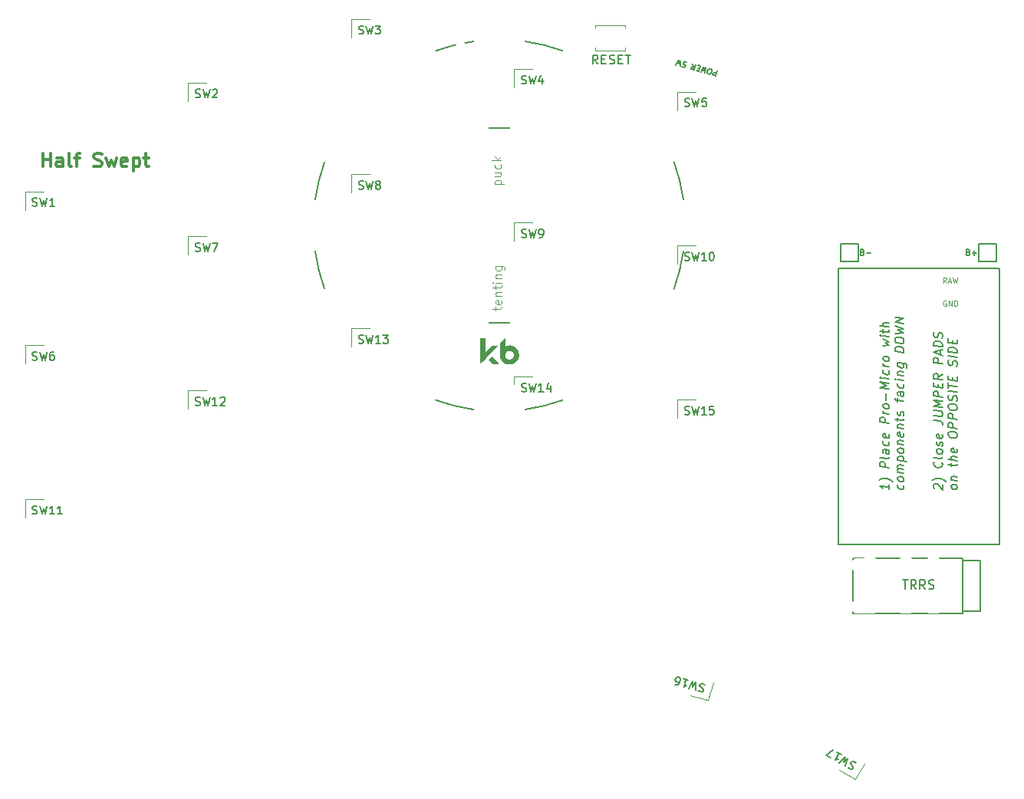
<source format=gto>
%TF.GenerationSoftware,KiCad,Pcbnew,(6.0.10-0)*%
%TF.CreationDate,2023-04-12T09:39:01-04:00*%
%TF.ProjectId,half-swept,68616c66-2d73-4776-9570-742e6b696361,rev?*%
%TF.SameCoordinates,Original*%
%TF.FileFunction,Legend,Top*%
%TF.FilePolarity,Positive*%
%FSLAX46Y46*%
G04 Gerber Fmt 4.6, Leading zero omitted, Abs format (unit mm)*
G04 Created by KiCad (PCBNEW (6.0.10-0)) date 2023-04-12 09:39:01*
%MOMM*%
%LPD*%
G01*
G04 APERTURE LIST*
G04 Aperture macros list*
%AMRotRect*
0 Rectangle, with rotation*
0 The origin of the aperture is its center*
0 $1 length*
0 $2 width*
0 $3 Rotation angle, in degrees counterclockwise*
0 Add horizontal line*
21,1,$1,$2,0,0,$3*%
%AMFreePoly0*
4,1,6,0.600000,0.200000,0.000000,-0.400000,-0.600000,0.200000,-0.600000,0.400000,0.600000,0.400000,0.600000,0.200000,0.600000,0.200000,$1*%
%AMFreePoly1*
4,1,6,0.600000,-0.250000,-0.600000,-0.250000,-0.600000,1.000000,0.000000,0.400000,0.600000,1.000000,0.600000,-0.250000,0.600000,-0.250000,$1*%
G04 Aperture macros list end*
%ADD10C,0.150000*%
%ADD11C,0.300000*%
%ADD12C,0.120000*%
%ADD13C,0.160000*%
%ADD14C,0.100000*%
%ADD15C,0.200000*%
%ADD16C,0.010000*%
%ADD17C,1.397000*%
%ADD18C,0.250000*%
%ADD19C,0.800000*%
%ADD20O,2.000000X1.600000*%
%ADD21C,0.990600*%
%ADD22C,1.701800*%
%ADD23C,3.429000*%
%ADD24C,2.262000*%
%ADD25C,1.600000*%
%ADD26FreePoly0,270.000000*%
%ADD27FreePoly0,90.000000*%
%ADD28R,1.600000X1.600000*%
%ADD29FreePoly1,90.000000*%
%ADD30FreePoly1,270.000000*%
%ADD31C,4.400000*%
%ADD32C,1.000000*%
%ADD33RotRect,0.900000X0.900000X344.500000*%
%ADD34RotRect,0.900000X1.250000X344.500000*%
%ADD35R,0.900000X1.700000*%
G04 APERTURE END LIST*
D10*
X115623780Y-71575442D02*
X115623780Y-72146871D01*
X115623780Y-71861157D02*
X114623780Y-71736157D01*
X114766638Y-71849252D01*
X114861876Y-71956395D01*
X114909495Y-72057585D01*
X116004733Y-71289728D02*
X115957114Y-71236157D01*
X115814257Y-71123061D01*
X115719019Y-71063538D01*
X115576161Y-70998061D01*
X115338066Y-70920680D01*
X115147590Y-70896871D01*
X114909495Y-70914728D01*
X114766638Y-70944490D01*
X114671400Y-70980204D01*
X114528542Y-71057585D01*
X114480923Y-71099252D01*
X115623780Y-69718300D02*
X114623780Y-69593300D01*
X114623780Y-69212347D01*
X114671400Y-69123061D01*
X114719019Y-69081395D01*
X114814257Y-69045680D01*
X114957114Y-69063538D01*
X115052352Y-69123061D01*
X115099971Y-69176633D01*
X115147590Y-69277823D01*
X115147590Y-69658776D01*
X115623780Y-68575442D02*
X115576161Y-68664728D01*
X115480923Y-68700442D01*
X114623780Y-68593300D01*
X115623780Y-67765919D02*
X115099971Y-67700442D01*
X115004733Y-67736157D01*
X114957114Y-67825442D01*
X114957114Y-68015919D01*
X115004733Y-68117109D01*
X115576161Y-67759966D02*
X115623780Y-67861157D01*
X115623780Y-68099252D01*
X115576161Y-68188538D01*
X115480923Y-68224252D01*
X115385685Y-68212347D01*
X115290447Y-68152823D01*
X115242828Y-68051633D01*
X115242828Y-67813538D01*
X115195209Y-67712347D01*
X115576161Y-66855204D02*
X115623780Y-66956395D01*
X115623780Y-67146871D01*
X115576161Y-67236157D01*
X115528542Y-67277823D01*
X115433304Y-67313538D01*
X115147590Y-67277823D01*
X115052352Y-67218300D01*
X115004733Y-67164728D01*
X114957114Y-67063538D01*
X114957114Y-66873061D01*
X115004733Y-66783776D01*
X115576161Y-66045680D02*
X115623780Y-66146871D01*
X115623780Y-66337347D01*
X115576161Y-66426633D01*
X115480923Y-66462347D01*
X115099971Y-66414728D01*
X115004733Y-66355204D01*
X114957114Y-66254014D01*
X114957114Y-66063538D01*
X115004733Y-65974252D01*
X115099971Y-65938538D01*
X115195209Y-65950442D01*
X115290447Y-66438538D01*
X115623780Y-64813538D02*
X114623780Y-64688538D01*
X114623780Y-64307585D01*
X114671400Y-64218300D01*
X114719019Y-64176633D01*
X114814257Y-64140919D01*
X114957114Y-64158776D01*
X115052352Y-64218300D01*
X115099971Y-64271871D01*
X115147590Y-64373061D01*
X115147590Y-64754014D01*
X115623780Y-63813538D02*
X114957114Y-63730204D01*
X115147590Y-63754014D02*
X115052352Y-63694490D01*
X115004733Y-63640919D01*
X114957114Y-63539728D01*
X114957114Y-63444490D01*
X115623780Y-63051633D02*
X115576161Y-63140919D01*
X115528542Y-63182585D01*
X115433304Y-63218300D01*
X115147590Y-63182585D01*
X115052352Y-63123061D01*
X115004733Y-63069490D01*
X114957114Y-62968300D01*
X114957114Y-62825442D01*
X115004733Y-62736157D01*
X115052352Y-62694490D01*
X115147590Y-62658776D01*
X115433304Y-62694490D01*
X115528542Y-62754014D01*
X115576161Y-62807585D01*
X115623780Y-62908776D01*
X115623780Y-63051633D01*
X115242828Y-62242109D02*
X115242828Y-61480204D01*
X115623780Y-61051633D02*
X114623780Y-60926633D01*
X115338066Y-60682585D01*
X114623780Y-60259966D01*
X115623780Y-60384966D01*
X115623780Y-59908776D02*
X114957114Y-59825442D01*
X114623780Y-59783776D02*
X114671400Y-59837347D01*
X114719019Y-59795680D01*
X114671400Y-59742109D01*
X114623780Y-59783776D01*
X114719019Y-59795680D01*
X115576161Y-58998061D02*
X115623780Y-59099252D01*
X115623780Y-59289728D01*
X115576161Y-59379014D01*
X115528542Y-59420680D01*
X115433304Y-59456395D01*
X115147590Y-59420680D01*
X115052352Y-59361157D01*
X115004733Y-59307585D01*
X114957114Y-59206395D01*
X114957114Y-59015919D01*
X115004733Y-58926633D01*
X115623780Y-58575442D02*
X114957114Y-58492109D01*
X115147590Y-58515919D02*
X115052352Y-58456395D01*
X115004733Y-58402823D01*
X114957114Y-58301633D01*
X114957114Y-58206395D01*
X115623780Y-57813538D02*
X115576161Y-57902823D01*
X115528542Y-57944490D01*
X115433304Y-57980204D01*
X115147590Y-57944490D01*
X115052352Y-57884966D01*
X115004733Y-57831395D01*
X114957114Y-57730204D01*
X114957114Y-57587347D01*
X115004733Y-57498061D01*
X115052352Y-57456395D01*
X115147590Y-57420680D01*
X115433304Y-57456395D01*
X115528542Y-57515919D01*
X115576161Y-57569490D01*
X115623780Y-57670680D01*
X115623780Y-57813538D01*
X114957114Y-56301633D02*
X115623780Y-56194490D01*
X115147590Y-55944490D01*
X115623780Y-55813538D01*
X114957114Y-55539728D01*
X115623780Y-55242109D02*
X114957114Y-55158776D01*
X114623780Y-55117109D02*
X114671400Y-55170680D01*
X114719019Y-55129014D01*
X114671400Y-55075442D01*
X114623780Y-55117109D01*
X114719019Y-55129014D01*
X114957114Y-54825442D02*
X114957114Y-54444490D01*
X114623780Y-54640919D02*
X115480923Y-54748061D01*
X115576161Y-54712347D01*
X115623780Y-54623061D01*
X115623780Y-54527823D01*
X115623780Y-54194490D02*
X114623780Y-54069490D01*
X115623780Y-53765919D02*
X115099971Y-53700442D01*
X115004733Y-53736157D01*
X114957114Y-53825442D01*
X114957114Y-53968300D01*
X115004733Y-54069490D01*
X115052352Y-54123061D01*
X117186161Y-71664728D02*
X117233780Y-71765919D01*
X117233780Y-71956395D01*
X117186161Y-72045680D01*
X117138542Y-72087347D01*
X117043304Y-72123061D01*
X116757590Y-72087347D01*
X116662352Y-72027823D01*
X116614733Y-71974252D01*
X116567114Y-71873061D01*
X116567114Y-71682585D01*
X116614733Y-71593300D01*
X117233780Y-71099252D02*
X117186161Y-71188538D01*
X117138542Y-71230204D01*
X117043304Y-71265919D01*
X116757590Y-71230204D01*
X116662352Y-71170680D01*
X116614733Y-71117109D01*
X116567114Y-71015919D01*
X116567114Y-70873061D01*
X116614733Y-70783776D01*
X116662352Y-70742109D01*
X116757590Y-70706395D01*
X117043304Y-70742109D01*
X117138542Y-70801633D01*
X117186161Y-70855204D01*
X117233780Y-70956395D01*
X117233780Y-71099252D01*
X117233780Y-70337347D02*
X116567114Y-70254014D01*
X116662352Y-70265919D02*
X116614733Y-70212347D01*
X116567114Y-70111157D01*
X116567114Y-69968300D01*
X116614733Y-69879014D01*
X116709971Y-69843300D01*
X117233780Y-69908776D01*
X116709971Y-69843300D02*
X116614733Y-69783776D01*
X116567114Y-69682585D01*
X116567114Y-69539728D01*
X116614733Y-69450442D01*
X116709971Y-69414728D01*
X117233780Y-69480204D01*
X116567114Y-68920680D02*
X117567114Y-69045680D01*
X116614733Y-68926633D02*
X116567114Y-68825442D01*
X116567114Y-68634966D01*
X116614733Y-68545680D01*
X116662352Y-68504014D01*
X116757590Y-68468300D01*
X117043304Y-68504014D01*
X117138542Y-68563538D01*
X117186161Y-68617109D01*
X117233780Y-68718300D01*
X117233780Y-68908776D01*
X117186161Y-68998061D01*
X117233780Y-67956395D02*
X117186161Y-68045680D01*
X117138542Y-68087347D01*
X117043304Y-68123061D01*
X116757590Y-68087347D01*
X116662352Y-68027823D01*
X116614733Y-67974252D01*
X116567114Y-67873061D01*
X116567114Y-67730204D01*
X116614733Y-67640919D01*
X116662352Y-67599252D01*
X116757590Y-67563538D01*
X117043304Y-67599252D01*
X117138542Y-67658776D01*
X117186161Y-67712347D01*
X117233780Y-67813538D01*
X117233780Y-67956395D01*
X116567114Y-67111157D02*
X117233780Y-67194490D01*
X116662352Y-67123061D02*
X116614733Y-67069490D01*
X116567114Y-66968300D01*
X116567114Y-66825442D01*
X116614733Y-66736157D01*
X116709971Y-66700442D01*
X117233780Y-66765919D01*
X117186161Y-65902823D02*
X117233780Y-66004014D01*
X117233780Y-66194490D01*
X117186161Y-66283776D01*
X117090923Y-66319490D01*
X116709971Y-66271871D01*
X116614733Y-66212347D01*
X116567114Y-66111157D01*
X116567114Y-65920680D01*
X116614733Y-65831395D01*
X116709971Y-65795680D01*
X116805209Y-65807585D01*
X116900447Y-66295680D01*
X116567114Y-65349252D02*
X117233780Y-65432585D01*
X116662352Y-65361157D02*
X116614733Y-65307585D01*
X116567114Y-65206395D01*
X116567114Y-65063538D01*
X116614733Y-64974252D01*
X116709971Y-64938538D01*
X117233780Y-65004014D01*
X116567114Y-64587347D02*
X116567114Y-64206395D01*
X116233780Y-64402823D02*
X117090923Y-64509966D01*
X117186161Y-64474252D01*
X117233780Y-64384966D01*
X117233780Y-64289728D01*
X117186161Y-63998061D02*
X117233780Y-63908776D01*
X117233780Y-63718300D01*
X117186161Y-63617109D01*
X117090923Y-63557585D01*
X117043304Y-63551633D01*
X116948066Y-63587347D01*
X116900447Y-63676633D01*
X116900447Y-63819490D01*
X116852828Y-63908776D01*
X116757590Y-63944490D01*
X116709971Y-63938538D01*
X116614733Y-63879014D01*
X116567114Y-63777823D01*
X116567114Y-63634966D01*
X116614733Y-63545680D01*
X116567114Y-62444490D02*
X116567114Y-62063538D01*
X117233780Y-62384966D02*
X116376638Y-62277823D01*
X116281400Y-62218300D01*
X116233780Y-62117109D01*
X116233780Y-62021871D01*
X117233780Y-61384966D02*
X116709971Y-61319490D01*
X116614733Y-61355204D01*
X116567114Y-61444490D01*
X116567114Y-61634966D01*
X116614733Y-61736157D01*
X117186161Y-61379014D02*
X117233780Y-61480204D01*
X117233780Y-61718300D01*
X117186161Y-61807585D01*
X117090923Y-61843300D01*
X116995685Y-61831395D01*
X116900447Y-61771871D01*
X116852828Y-61670680D01*
X116852828Y-61432585D01*
X116805209Y-61331395D01*
X117186161Y-60474252D02*
X117233780Y-60575442D01*
X117233780Y-60765919D01*
X117186161Y-60855204D01*
X117138542Y-60896871D01*
X117043304Y-60932585D01*
X116757590Y-60896871D01*
X116662352Y-60837347D01*
X116614733Y-60783776D01*
X116567114Y-60682585D01*
X116567114Y-60492109D01*
X116614733Y-60402823D01*
X117233780Y-60051633D02*
X116567114Y-59968300D01*
X116233780Y-59926633D02*
X116281400Y-59980204D01*
X116329019Y-59938538D01*
X116281400Y-59884966D01*
X116233780Y-59926633D01*
X116329019Y-59938538D01*
X116567114Y-59492109D02*
X117233780Y-59575442D01*
X116662352Y-59504014D02*
X116614733Y-59450442D01*
X116567114Y-59349252D01*
X116567114Y-59206395D01*
X116614733Y-59117109D01*
X116709971Y-59081395D01*
X117233780Y-59146871D01*
X116567114Y-58158776D02*
X117376638Y-58259966D01*
X117471876Y-58319490D01*
X117519495Y-58373061D01*
X117567114Y-58474252D01*
X117567114Y-58617109D01*
X117519495Y-58706395D01*
X117186161Y-58236157D02*
X117233780Y-58337347D01*
X117233780Y-58527823D01*
X117186161Y-58617109D01*
X117138542Y-58658776D01*
X117043304Y-58694490D01*
X116757590Y-58658776D01*
X116662352Y-58599252D01*
X116614733Y-58545680D01*
X116567114Y-58444490D01*
X116567114Y-58254014D01*
X116614733Y-58164728D01*
X117233780Y-57004014D02*
X116233780Y-56879014D01*
X116233780Y-56640919D01*
X116281400Y-56504014D01*
X116376638Y-56420680D01*
X116471876Y-56384966D01*
X116662352Y-56361157D01*
X116805209Y-56379014D01*
X116995685Y-56450442D01*
X117090923Y-56509966D01*
X117186161Y-56617109D01*
X117233780Y-56765919D01*
X117233780Y-57004014D01*
X116233780Y-55688538D02*
X116233780Y-55498061D01*
X116281400Y-55408776D01*
X116376638Y-55325442D01*
X116567114Y-55301633D01*
X116900447Y-55343300D01*
X117090923Y-55414728D01*
X117186161Y-55521871D01*
X117233780Y-55623061D01*
X117233780Y-55813538D01*
X117186161Y-55902823D01*
X117090923Y-55986157D01*
X116900447Y-56009966D01*
X116567114Y-55968300D01*
X116376638Y-55896871D01*
X116281400Y-55789728D01*
X116233780Y-55688538D01*
X116233780Y-54926633D02*
X117233780Y-54813538D01*
X116519495Y-54533776D01*
X117233780Y-54432585D01*
X116233780Y-54069490D01*
X117233780Y-53813538D02*
X116233780Y-53688538D01*
X117233780Y-53242109D01*
X116233780Y-53117109D01*
D11*
X22190000Y-36492571D02*
X22190000Y-34992571D01*
X22190000Y-35706857D02*
X23047142Y-35706857D01*
X23047142Y-36492571D02*
X23047142Y-34992571D01*
X24404285Y-36492571D02*
X24404285Y-35706857D01*
X24332857Y-35564000D01*
X24190000Y-35492571D01*
X23904285Y-35492571D01*
X23761428Y-35564000D01*
X24404285Y-36421142D02*
X24261428Y-36492571D01*
X23904285Y-36492571D01*
X23761428Y-36421142D01*
X23690000Y-36278285D01*
X23690000Y-36135428D01*
X23761428Y-35992571D01*
X23904285Y-35921142D01*
X24261428Y-35921142D01*
X24404285Y-35849714D01*
X25332857Y-36492571D02*
X25190000Y-36421142D01*
X25118571Y-36278285D01*
X25118571Y-34992571D01*
X25690000Y-35492571D02*
X26261428Y-35492571D01*
X25904285Y-36492571D02*
X25904285Y-35206857D01*
X25975714Y-35064000D01*
X26118571Y-34992571D01*
X26261428Y-34992571D01*
X27832857Y-36421142D02*
X28047142Y-36492571D01*
X28404285Y-36492571D01*
X28547142Y-36421142D01*
X28618571Y-36349714D01*
X28690000Y-36206857D01*
X28690000Y-36064000D01*
X28618571Y-35921142D01*
X28547142Y-35849714D01*
X28404285Y-35778285D01*
X28118571Y-35706857D01*
X27975714Y-35635428D01*
X27904285Y-35564000D01*
X27832857Y-35421142D01*
X27832857Y-35278285D01*
X27904285Y-35135428D01*
X27975714Y-35064000D01*
X28118571Y-34992571D01*
X28475714Y-34992571D01*
X28690000Y-35064000D01*
X29190000Y-35492571D02*
X29475714Y-36492571D01*
X29761428Y-35778285D01*
X30047142Y-36492571D01*
X30332857Y-35492571D01*
X31475714Y-36421142D02*
X31332857Y-36492571D01*
X31047142Y-36492571D01*
X30904285Y-36421142D01*
X30832857Y-36278285D01*
X30832857Y-35706857D01*
X30904285Y-35564000D01*
X31047142Y-35492571D01*
X31332857Y-35492571D01*
X31475714Y-35564000D01*
X31547142Y-35706857D01*
X31547142Y-35849714D01*
X30832857Y-35992571D01*
X32189999Y-35492571D02*
X32189999Y-36992571D01*
X32189999Y-35564000D02*
X32332857Y-35492571D01*
X32618571Y-35492571D01*
X32761428Y-35564000D01*
X32832857Y-35635428D01*
X32904285Y-35778285D01*
X32904285Y-36206857D01*
X32832857Y-36349714D01*
X32761428Y-36421142D01*
X32618571Y-36492571D01*
X32332857Y-36492571D01*
X32189999Y-36421142D01*
X33332857Y-35492571D02*
X33904285Y-35492571D01*
X33547142Y-34992571D02*
X33547142Y-36278285D01*
X33618571Y-36421142D01*
X33761428Y-36492571D01*
X33904285Y-36492571D01*
D12*
X121896342Y-51312800D02*
X121839200Y-51284228D01*
X121753485Y-51284228D01*
X121667771Y-51312800D01*
X121610628Y-51369942D01*
X121582057Y-51427085D01*
X121553485Y-51541371D01*
X121553485Y-51627085D01*
X121582057Y-51741371D01*
X121610628Y-51798514D01*
X121667771Y-51855657D01*
X121753485Y-51884228D01*
X121810628Y-51884228D01*
X121896342Y-51855657D01*
X121924914Y-51827085D01*
X121924914Y-51627085D01*
X121810628Y-51627085D01*
X122182057Y-51884228D02*
X122182057Y-51284228D01*
X122524914Y-51884228D01*
X122524914Y-51284228D01*
X122810628Y-51884228D02*
X122810628Y-51284228D01*
X122953485Y-51284228D01*
X123039200Y-51312800D01*
X123096342Y-51369942D01*
X123124914Y-51427085D01*
X123153485Y-51541371D01*
X123153485Y-51627085D01*
X123124914Y-51741371D01*
X123096342Y-51798514D01*
X123039200Y-51855657D01*
X122953485Y-51884228D01*
X122810628Y-51884228D01*
D10*
X120611819Y-72033776D02*
X120564200Y-71980204D01*
X120516580Y-71879014D01*
X120516580Y-71640919D01*
X120564200Y-71551633D01*
X120611819Y-71509966D01*
X120707057Y-71474252D01*
X120802295Y-71486157D01*
X120945152Y-71551633D01*
X121516580Y-72194490D01*
X121516580Y-71575442D01*
X121897533Y-71289728D02*
X121849914Y-71236157D01*
X121707057Y-71123061D01*
X121611819Y-71063538D01*
X121468961Y-70998061D01*
X121230866Y-70920680D01*
X121040390Y-70896871D01*
X120802295Y-70914728D01*
X120659438Y-70944490D01*
X120564200Y-70980204D01*
X120421342Y-71057585D01*
X120373723Y-71099252D01*
X121421342Y-69134966D02*
X121468961Y-69188538D01*
X121516580Y-69337347D01*
X121516580Y-69432585D01*
X121468961Y-69569490D01*
X121373723Y-69652823D01*
X121278485Y-69688538D01*
X121088009Y-69712347D01*
X120945152Y-69694490D01*
X120754676Y-69623061D01*
X120659438Y-69563538D01*
X120564200Y-69456395D01*
X120516580Y-69307585D01*
X120516580Y-69212347D01*
X120564200Y-69075442D01*
X120611819Y-69033776D01*
X121516580Y-68575442D02*
X121468961Y-68664728D01*
X121373723Y-68700442D01*
X120516580Y-68593300D01*
X121516580Y-68051633D02*
X121468961Y-68140919D01*
X121421342Y-68182585D01*
X121326104Y-68218300D01*
X121040390Y-68182585D01*
X120945152Y-68123061D01*
X120897533Y-68069490D01*
X120849914Y-67968300D01*
X120849914Y-67825442D01*
X120897533Y-67736157D01*
X120945152Y-67694490D01*
X121040390Y-67658776D01*
X121326104Y-67694490D01*
X121421342Y-67754014D01*
X121468961Y-67807585D01*
X121516580Y-67908776D01*
X121516580Y-68051633D01*
X121468961Y-67331395D02*
X121516580Y-67242109D01*
X121516580Y-67051633D01*
X121468961Y-66950442D01*
X121373723Y-66890919D01*
X121326104Y-66884966D01*
X121230866Y-66920680D01*
X121183247Y-67009966D01*
X121183247Y-67152823D01*
X121135628Y-67242109D01*
X121040390Y-67277823D01*
X120992771Y-67271871D01*
X120897533Y-67212347D01*
X120849914Y-67111157D01*
X120849914Y-66968300D01*
X120897533Y-66879014D01*
X121468961Y-66093300D02*
X121516580Y-66194490D01*
X121516580Y-66384966D01*
X121468961Y-66474252D01*
X121373723Y-66509966D01*
X120992771Y-66462347D01*
X120897533Y-66402823D01*
X120849914Y-66301633D01*
X120849914Y-66111157D01*
X120897533Y-66021871D01*
X120992771Y-65986157D01*
X121088009Y-65998061D01*
X121183247Y-66486157D01*
X120516580Y-64450442D02*
X121230866Y-64539728D01*
X121373723Y-64605204D01*
X121468961Y-64712347D01*
X121516580Y-64861157D01*
X121516580Y-64956395D01*
X120516580Y-63974252D02*
X121326104Y-64075442D01*
X121421342Y-64039728D01*
X121468961Y-63998061D01*
X121516580Y-63908776D01*
X121516580Y-63718300D01*
X121468961Y-63617109D01*
X121421342Y-63563538D01*
X121326104Y-63504014D01*
X120516580Y-63402823D01*
X121516580Y-63051633D02*
X120516580Y-62926633D01*
X121230866Y-62682585D01*
X120516580Y-62259966D01*
X121516580Y-62384966D01*
X121516580Y-61908776D02*
X120516580Y-61783776D01*
X120516580Y-61402823D01*
X120564200Y-61313538D01*
X120611819Y-61271871D01*
X120707057Y-61236157D01*
X120849914Y-61254014D01*
X120945152Y-61313538D01*
X120992771Y-61367109D01*
X121040390Y-61468300D01*
X121040390Y-61849252D01*
X120992771Y-60843300D02*
X120992771Y-60509966D01*
X121516580Y-60432585D02*
X121516580Y-60908776D01*
X120516580Y-60783776D01*
X120516580Y-60307585D01*
X121516580Y-59432585D02*
X121040390Y-59706395D01*
X121516580Y-60004014D02*
X120516580Y-59879014D01*
X120516580Y-59498061D01*
X120564200Y-59408776D01*
X120611819Y-59367109D01*
X120707057Y-59331395D01*
X120849914Y-59349252D01*
X120945152Y-59408776D01*
X120992771Y-59462347D01*
X121040390Y-59563538D01*
X121040390Y-59944490D01*
X121516580Y-58242109D02*
X120516580Y-58117109D01*
X120516580Y-57736157D01*
X120564200Y-57646871D01*
X120611819Y-57605204D01*
X120707057Y-57569490D01*
X120849914Y-57587347D01*
X120945152Y-57646871D01*
X120992771Y-57700442D01*
X121040390Y-57801633D01*
X121040390Y-58182585D01*
X121230866Y-57254014D02*
X121230866Y-56777823D01*
X121516580Y-57384966D02*
X120516580Y-56926633D01*
X121516580Y-56718300D01*
X121516580Y-56384966D02*
X120516580Y-56259966D01*
X120516580Y-56021871D01*
X120564200Y-55884966D01*
X120659438Y-55801633D01*
X120754676Y-55765919D01*
X120945152Y-55742109D01*
X121088009Y-55759966D01*
X121278485Y-55831395D01*
X121373723Y-55890919D01*
X121468961Y-55998061D01*
X121516580Y-56146871D01*
X121516580Y-56384966D01*
X121468961Y-55426633D02*
X121516580Y-55289728D01*
X121516580Y-55051633D01*
X121468961Y-54950442D01*
X121421342Y-54896871D01*
X121326104Y-54837347D01*
X121230866Y-54825442D01*
X121135628Y-54861157D01*
X121088009Y-54902823D01*
X121040390Y-54992109D01*
X120992771Y-55176633D01*
X120945152Y-55265919D01*
X120897533Y-55307585D01*
X120802295Y-55343300D01*
X120707057Y-55331395D01*
X120611819Y-55271871D01*
X120564200Y-55218300D01*
X120516580Y-55117109D01*
X120516580Y-54879014D01*
X120564200Y-54742109D01*
X123126580Y-71956395D02*
X123078961Y-72045680D01*
X123031342Y-72087347D01*
X122936104Y-72123061D01*
X122650390Y-72087347D01*
X122555152Y-72027823D01*
X122507533Y-71974252D01*
X122459914Y-71873061D01*
X122459914Y-71730204D01*
X122507533Y-71640919D01*
X122555152Y-71599252D01*
X122650390Y-71563538D01*
X122936104Y-71599252D01*
X123031342Y-71658776D01*
X123078961Y-71712347D01*
X123126580Y-71813538D01*
X123126580Y-71956395D01*
X122459914Y-71111157D02*
X123126580Y-71194490D01*
X122555152Y-71123061D02*
X122507533Y-71069490D01*
X122459914Y-70968300D01*
X122459914Y-70825442D01*
X122507533Y-70736157D01*
X122602771Y-70700442D01*
X123126580Y-70765919D01*
X122459914Y-69587347D02*
X122459914Y-69206395D01*
X122126580Y-69402823D02*
X122983723Y-69509966D01*
X123078961Y-69474252D01*
X123126580Y-69384966D01*
X123126580Y-69289728D01*
X123126580Y-68956395D02*
X122126580Y-68831395D01*
X123126580Y-68527823D02*
X122602771Y-68462347D01*
X122507533Y-68498061D01*
X122459914Y-68587347D01*
X122459914Y-68730204D01*
X122507533Y-68831395D01*
X122555152Y-68884966D01*
X123078961Y-67664728D02*
X123126580Y-67765919D01*
X123126580Y-67956395D01*
X123078961Y-68045680D01*
X122983723Y-68081395D01*
X122602771Y-68033776D01*
X122507533Y-67974252D01*
X122459914Y-67873061D01*
X122459914Y-67682585D01*
X122507533Y-67593300D01*
X122602771Y-67557585D01*
X122698009Y-67569490D01*
X122793247Y-68057585D01*
X122126580Y-66117109D02*
X122126580Y-65926633D01*
X122174200Y-65837347D01*
X122269438Y-65754014D01*
X122459914Y-65730204D01*
X122793247Y-65771871D01*
X122983723Y-65843300D01*
X123078961Y-65950442D01*
X123126580Y-66051633D01*
X123126580Y-66242109D01*
X123078961Y-66331395D01*
X122983723Y-66414728D01*
X122793247Y-66438538D01*
X122459914Y-66396871D01*
X122269438Y-66325442D01*
X122174200Y-66218300D01*
X122126580Y-66117109D01*
X123126580Y-65384966D02*
X122126580Y-65259966D01*
X122126580Y-64879014D01*
X122174200Y-64789728D01*
X122221819Y-64748061D01*
X122317057Y-64712347D01*
X122459914Y-64730204D01*
X122555152Y-64789728D01*
X122602771Y-64843300D01*
X122650390Y-64944490D01*
X122650390Y-65325442D01*
X123126580Y-64384966D02*
X122126580Y-64259966D01*
X122126580Y-63879014D01*
X122174200Y-63789728D01*
X122221819Y-63748061D01*
X122317057Y-63712347D01*
X122459914Y-63730204D01*
X122555152Y-63789728D01*
X122602771Y-63843300D01*
X122650390Y-63944490D01*
X122650390Y-64325442D01*
X122126580Y-63069490D02*
X122126580Y-62879014D01*
X122174200Y-62789728D01*
X122269438Y-62706395D01*
X122459914Y-62682585D01*
X122793247Y-62724252D01*
X122983723Y-62795680D01*
X123078961Y-62902823D01*
X123126580Y-63004014D01*
X123126580Y-63194490D01*
X123078961Y-63283776D01*
X122983723Y-63367109D01*
X122793247Y-63390919D01*
X122459914Y-63349252D01*
X122269438Y-63277823D01*
X122174200Y-63170680D01*
X122126580Y-63069490D01*
X123078961Y-62379014D02*
X123126580Y-62242109D01*
X123126580Y-62004014D01*
X123078961Y-61902823D01*
X123031342Y-61849252D01*
X122936104Y-61789728D01*
X122840866Y-61777823D01*
X122745628Y-61813538D01*
X122698009Y-61855204D01*
X122650390Y-61944490D01*
X122602771Y-62129014D01*
X122555152Y-62218300D01*
X122507533Y-62259966D01*
X122412295Y-62295680D01*
X122317057Y-62283776D01*
X122221819Y-62224252D01*
X122174200Y-62170680D01*
X122126580Y-62069490D01*
X122126580Y-61831395D01*
X122174200Y-61694490D01*
X123126580Y-61384966D02*
X122126580Y-61259966D01*
X122126580Y-60926633D02*
X122126580Y-60355204D01*
X123126580Y-60765919D02*
X122126580Y-60640919D01*
X122602771Y-60081395D02*
X122602771Y-59748061D01*
X123126580Y-59670680D02*
X123126580Y-60146871D01*
X122126580Y-60021871D01*
X122126580Y-59545680D01*
X123078961Y-58521871D02*
X123126580Y-58384966D01*
X123126580Y-58146871D01*
X123078961Y-58045680D01*
X123031342Y-57992109D01*
X122936104Y-57932585D01*
X122840866Y-57920680D01*
X122745628Y-57956395D01*
X122698009Y-57998061D01*
X122650390Y-58087347D01*
X122602771Y-58271871D01*
X122555152Y-58361157D01*
X122507533Y-58402823D01*
X122412295Y-58438538D01*
X122317057Y-58426633D01*
X122221819Y-58367109D01*
X122174200Y-58313538D01*
X122126580Y-58212347D01*
X122126580Y-57974252D01*
X122174200Y-57837347D01*
X123126580Y-57527823D02*
X122126580Y-57402823D01*
X123126580Y-57051633D02*
X122126580Y-56926633D01*
X122126580Y-56688538D01*
X122174200Y-56551633D01*
X122269438Y-56468300D01*
X122364676Y-56432585D01*
X122555152Y-56408776D01*
X122698009Y-56426633D01*
X122888485Y-56498061D01*
X122983723Y-56557585D01*
X123078961Y-56664728D01*
X123126580Y-56813538D01*
X123126580Y-57051633D01*
X122602771Y-55986157D02*
X122602771Y-55652823D01*
X123126580Y-55575442D02*
X123126580Y-56051633D01*
X122126580Y-55926633D01*
X122126580Y-55450442D01*
X117110095Y-82129380D02*
X117681523Y-82129380D01*
X117395809Y-83129380D02*
X117395809Y-82129380D01*
X118586285Y-83129380D02*
X118252952Y-82653190D01*
X118014857Y-83129380D02*
X118014857Y-82129380D01*
X118395809Y-82129380D01*
X118491047Y-82177000D01*
X118538666Y-82224619D01*
X118586285Y-82319857D01*
X118586285Y-82462714D01*
X118538666Y-82557952D01*
X118491047Y-82605571D01*
X118395809Y-82653190D01*
X118014857Y-82653190D01*
X119586285Y-83129380D02*
X119252952Y-82653190D01*
X119014857Y-83129380D02*
X119014857Y-82129380D01*
X119395809Y-82129380D01*
X119491047Y-82177000D01*
X119538666Y-82224619D01*
X119586285Y-82319857D01*
X119586285Y-82462714D01*
X119538666Y-82557952D01*
X119491047Y-82605571D01*
X119395809Y-82653190D01*
X119014857Y-82653190D01*
X119967238Y-83081761D02*
X120110095Y-83129380D01*
X120348190Y-83129380D01*
X120443428Y-83081761D01*
X120491047Y-83034142D01*
X120538666Y-82938904D01*
X120538666Y-82843666D01*
X120491047Y-82748428D01*
X120443428Y-82700809D01*
X120348190Y-82653190D01*
X120157714Y-82605571D01*
X120062476Y-82557952D01*
X120014857Y-82510333D01*
X119967238Y-82415095D01*
X119967238Y-82319857D01*
X120014857Y-82224619D01*
X120062476Y-82177000D01*
X120157714Y-82129380D01*
X120395809Y-82129380D01*
X120538666Y-82177000D01*
D12*
X121924914Y-49344228D02*
X121724914Y-49058514D01*
X121582057Y-49344228D02*
X121582057Y-48744228D01*
X121810628Y-48744228D01*
X121867771Y-48772800D01*
X121896342Y-48801371D01*
X121924914Y-48858514D01*
X121924914Y-48944228D01*
X121896342Y-49001371D01*
X121867771Y-49029942D01*
X121810628Y-49058514D01*
X121582057Y-49058514D01*
X122153485Y-49172800D02*
X122439200Y-49172800D01*
X122096342Y-49344228D02*
X122296342Y-48744228D01*
X122496342Y-49344228D01*
X122639200Y-48744228D02*
X122782057Y-49344228D01*
X122896342Y-48915657D01*
X123010628Y-49344228D01*
X123153485Y-48744228D01*
D10*
X124385428Y-45931142D02*
X124471142Y-45959714D01*
X124499714Y-45988285D01*
X124528285Y-46045428D01*
X124528285Y-46131142D01*
X124499714Y-46188285D01*
X124471142Y-46216857D01*
X124414000Y-46245428D01*
X124185428Y-46245428D01*
X124185428Y-45645428D01*
X124385428Y-45645428D01*
X124442571Y-45674000D01*
X124471142Y-45702571D01*
X124499714Y-45759714D01*
X124499714Y-45816857D01*
X124471142Y-45874000D01*
X124442571Y-45902571D01*
X124385428Y-45931142D01*
X124185428Y-45931142D01*
X124785428Y-46016857D02*
X125242571Y-46016857D01*
X125014000Y-46245428D02*
X125014000Y-45788285D01*
X112701428Y-45931142D02*
X112787142Y-45959714D01*
X112815714Y-45988285D01*
X112844285Y-46045428D01*
X112844285Y-46131142D01*
X112815714Y-46188285D01*
X112787142Y-46216857D01*
X112730000Y-46245428D01*
X112501428Y-46245428D01*
X112501428Y-45645428D01*
X112701428Y-45645428D01*
X112758571Y-45674000D01*
X112787142Y-45702571D01*
X112815714Y-45759714D01*
X112815714Y-45816857D01*
X112787142Y-45874000D01*
X112758571Y-45902571D01*
X112701428Y-45931142D01*
X112501428Y-45931142D01*
X113101428Y-46016857D02*
X113558571Y-46016857D01*
D13*
X21056228Y-40805485D02*
X21184800Y-40848342D01*
X21399085Y-40848342D01*
X21484800Y-40805485D01*
X21527657Y-40762628D01*
X21570514Y-40676914D01*
X21570514Y-40591200D01*
X21527657Y-40505485D01*
X21484800Y-40462628D01*
X21399085Y-40419771D01*
X21227657Y-40376914D01*
X21141942Y-40334057D01*
X21099085Y-40291200D01*
X21056228Y-40205485D01*
X21056228Y-40119771D01*
X21099085Y-40034057D01*
X21141942Y-39991200D01*
X21227657Y-39948342D01*
X21441942Y-39948342D01*
X21570514Y-39991200D01*
X21870514Y-39948342D02*
X22084800Y-40848342D01*
X22256228Y-40205485D01*
X22427657Y-40848342D01*
X22641942Y-39948342D01*
X23456228Y-40848342D02*
X22941942Y-40848342D01*
X23199085Y-40848342D02*
X23199085Y-39948342D01*
X23113371Y-40076914D01*
X23027657Y-40162628D01*
X22941942Y-40205485D01*
X39056228Y-28805485D02*
X39184800Y-28848342D01*
X39399085Y-28848342D01*
X39484800Y-28805485D01*
X39527657Y-28762628D01*
X39570514Y-28676914D01*
X39570514Y-28591200D01*
X39527657Y-28505485D01*
X39484800Y-28462628D01*
X39399085Y-28419771D01*
X39227657Y-28376914D01*
X39141942Y-28334057D01*
X39099085Y-28291200D01*
X39056228Y-28205485D01*
X39056228Y-28119771D01*
X39099085Y-28034057D01*
X39141942Y-27991200D01*
X39227657Y-27948342D01*
X39441942Y-27948342D01*
X39570514Y-27991200D01*
X39870514Y-27948342D02*
X40084800Y-28848342D01*
X40256228Y-28205485D01*
X40427657Y-28848342D01*
X40641942Y-27948342D01*
X40941942Y-28034057D02*
X40984800Y-27991200D01*
X41070514Y-27948342D01*
X41284800Y-27948342D01*
X41370514Y-27991200D01*
X41413371Y-28034057D01*
X41456228Y-28119771D01*
X41456228Y-28205485D01*
X41413371Y-28334057D01*
X40899085Y-28848342D01*
X41456228Y-28848342D01*
X57056228Y-21805485D02*
X57184800Y-21848342D01*
X57399085Y-21848342D01*
X57484800Y-21805485D01*
X57527657Y-21762628D01*
X57570514Y-21676914D01*
X57570514Y-21591200D01*
X57527657Y-21505485D01*
X57484800Y-21462628D01*
X57399085Y-21419771D01*
X57227657Y-21376914D01*
X57141942Y-21334057D01*
X57099085Y-21291200D01*
X57056228Y-21205485D01*
X57056228Y-21119771D01*
X57099085Y-21034057D01*
X57141942Y-20991200D01*
X57227657Y-20948342D01*
X57441942Y-20948342D01*
X57570514Y-20991200D01*
X57870514Y-20948342D02*
X58084800Y-21848342D01*
X58256228Y-21205485D01*
X58427657Y-21848342D01*
X58641942Y-20948342D01*
X58899085Y-20948342D02*
X59456228Y-20948342D01*
X59156228Y-21291200D01*
X59284800Y-21291200D01*
X59370514Y-21334057D01*
X59413371Y-21376914D01*
X59456228Y-21462628D01*
X59456228Y-21676914D01*
X59413371Y-21762628D01*
X59370514Y-21805485D01*
X59284800Y-21848342D01*
X59027657Y-21848342D01*
X58941942Y-21805485D01*
X58899085Y-21762628D01*
X75056228Y-27305485D02*
X75184800Y-27348342D01*
X75399085Y-27348342D01*
X75484800Y-27305485D01*
X75527657Y-27262628D01*
X75570514Y-27176914D01*
X75570514Y-27091200D01*
X75527657Y-27005485D01*
X75484800Y-26962628D01*
X75399085Y-26919771D01*
X75227657Y-26876914D01*
X75141942Y-26834057D01*
X75099085Y-26791200D01*
X75056228Y-26705485D01*
X75056228Y-26619771D01*
X75099085Y-26534057D01*
X75141942Y-26491200D01*
X75227657Y-26448342D01*
X75441942Y-26448342D01*
X75570514Y-26491200D01*
X75870514Y-26448342D02*
X76084800Y-27348342D01*
X76256228Y-26705485D01*
X76427657Y-27348342D01*
X76641942Y-26448342D01*
X77370514Y-26748342D02*
X77370514Y-27348342D01*
X77156228Y-26405485D02*
X76941942Y-27048342D01*
X77499085Y-27048342D01*
X93056228Y-29805485D02*
X93184800Y-29848342D01*
X93399085Y-29848342D01*
X93484800Y-29805485D01*
X93527657Y-29762628D01*
X93570514Y-29676914D01*
X93570514Y-29591200D01*
X93527657Y-29505485D01*
X93484800Y-29462628D01*
X93399085Y-29419771D01*
X93227657Y-29376914D01*
X93141942Y-29334057D01*
X93099085Y-29291200D01*
X93056228Y-29205485D01*
X93056228Y-29119771D01*
X93099085Y-29034057D01*
X93141942Y-28991200D01*
X93227657Y-28948342D01*
X93441942Y-28948342D01*
X93570514Y-28991200D01*
X93870514Y-28948342D02*
X94084800Y-29848342D01*
X94256228Y-29205485D01*
X94427657Y-29848342D01*
X94641942Y-28948342D01*
X95413371Y-28948342D02*
X94984800Y-28948342D01*
X94941942Y-29376914D01*
X94984800Y-29334057D01*
X95070514Y-29291200D01*
X95284800Y-29291200D01*
X95370514Y-29334057D01*
X95413371Y-29376914D01*
X95456228Y-29462628D01*
X95456228Y-29676914D01*
X95413371Y-29762628D01*
X95370514Y-29805485D01*
X95284800Y-29848342D01*
X95070514Y-29848342D01*
X94984800Y-29805485D01*
X94941942Y-29762628D01*
X21056228Y-57805485D02*
X21184800Y-57848342D01*
X21399085Y-57848342D01*
X21484800Y-57805485D01*
X21527657Y-57762628D01*
X21570514Y-57676914D01*
X21570514Y-57591200D01*
X21527657Y-57505485D01*
X21484800Y-57462628D01*
X21399085Y-57419771D01*
X21227657Y-57376914D01*
X21141942Y-57334057D01*
X21099085Y-57291200D01*
X21056228Y-57205485D01*
X21056228Y-57119771D01*
X21099085Y-57034057D01*
X21141942Y-56991200D01*
X21227657Y-56948342D01*
X21441942Y-56948342D01*
X21570514Y-56991200D01*
X21870514Y-56948342D02*
X22084800Y-57848342D01*
X22256228Y-57205485D01*
X22427657Y-57848342D01*
X22641942Y-56948342D01*
X23370514Y-56948342D02*
X23199085Y-56948342D01*
X23113371Y-56991200D01*
X23070514Y-57034057D01*
X22984800Y-57162628D01*
X22941942Y-57334057D01*
X22941942Y-57676914D01*
X22984800Y-57762628D01*
X23027657Y-57805485D01*
X23113371Y-57848342D01*
X23284800Y-57848342D01*
X23370514Y-57805485D01*
X23413371Y-57762628D01*
X23456228Y-57676914D01*
X23456228Y-57462628D01*
X23413371Y-57376914D01*
X23370514Y-57334057D01*
X23284800Y-57291200D01*
X23113371Y-57291200D01*
X23027657Y-57334057D01*
X22984800Y-57376914D01*
X22941942Y-57462628D01*
X39056228Y-45779485D02*
X39184800Y-45822342D01*
X39399085Y-45822342D01*
X39484800Y-45779485D01*
X39527657Y-45736628D01*
X39570514Y-45650914D01*
X39570514Y-45565200D01*
X39527657Y-45479485D01*
X39484800Y-45436628D01*
X39399085Y-45393771D01*
X39227657Y-45350914D01*
X39141942Y-45308057D01*
X39099085Y-45265200D01*
X39056228Y-45179485D01*
X39056228Y-45093771D01*
X39099085Y-45008057D01*
X39141942Y-44965200D01*
X39227657Y-44922342D01*
X39441942Y-44922342D01*
X39570514Y-44965200D01*
X39870514Y-44922342D02*
X40084800Y-45822342D01*
X40256228Y-45179485D01*
X40427657Y-45822342D01*
X40641942Y-44922342D01*
X40899085Y-44922342D02*
X41499085Y-44922342D01*
X41113371Y-45822342D01*
X57056228Y-38921485D02*
X57184800Y-38964342D01*
X57399085Y-38964342D01*
X57484800Y-38921485D01*
X57527657Y-38878628D01*
X57570514Y-38792914D01*
X57570514Y-38707200D01*
X57527657Y-38621485D01*
X57484800Y-38578628D01*
X57399085Y-38535771D01*
X57227657Y-38492914D01*
X57141942Y-38450057D01*
X57099085Y-38407200D01*
X57056228Y-38321485D01*
X57056228Y-38235771D01*
X57099085Y-38150057D01*
X57141942Y-38107200D01*
X57227657Y-38064342D01*
X57441942Y-38064342D01*
X57570514Y-38107200D01*
X57870514Y-38064342D02*
X58084800Y-38964342D01*
X58256228Y-38321485D01*
X58427657Y-38964342D01*
X58641942Y-38064342D01*
X59113371Y-38450057D02*
X59027657Y-38407200D01*
X58984800Y-38364342D01*
X58941942Y-38278628D01*
X58941942Y-38235771D01*
X58984800Y-38150057D01*
X59027657Y-38107200D01*
X59113371Y-38064342D01*
X59284800Y-38064342D01*
X59370514Y-38107200D01*
X59413371Y-38150057D01*
X59456228Y-38235771D01*
X59456228Y-38278628D01*
X59413371Y-38364342D01*
X59370514Y-38407200D01*
X59284800Y-38450057D01*
X59113371Y-38450057D01*
X59027657Y-38492914D01*
X58984800Y-38535771D01*
X58941942Y-38621485D01*
X58941942Y-38792914D01*
X58984800Y-38878628D01*
X59027657Y-38921485D01*
X59113371Y-38964342D01*
X59284800Y-38964342D01*
X59370514Y-38921485D01*
X59413371Y-38878628D01*
X59456228Y-38792914D01*
X59456228Y-38621485D01*
X59413371Y-38535771D01*
X59370514Y-38492914D01*
X59284800Y-38450057D01*
X75056228Y-44255485D02*
X75184800Y-44298342D01*
X75399085Y-44298342D01*
X75484800Y-44255485D01*
X75527657Y-44212628D01*
X75570514Y-44126914D01*
X75570514Y-44041200D01*
X75527657Y-43955485D01*
X75484800Y-43912628D01*
X75399085Y-43869771D01*
X75227657Y-43826914D01*
X75141942Y-43784057D01*
X75099085Y-43741200D01*
X75056228Y-43655485D01*
X75056228Y-43569771D01*
X75099085Y-43484057D01*
X75141942Y-43441200D01*
X75227657Y-43398342D01*
X75441942Y-43398342D01*
X75570514Y-43441200D01*
X75870514Y-43398342D02*
X76084800Y-44298342D01*
X76256228Y-43655485D01*
X76427657Y-44298342D01*
X76641942Y-43398342D01*
X77027657Y-44298342D02*
X77199085Y-44298342D01*
X77284800Y-44255485D01*
X77327657Y-44212628D01*
X77413371Y-44084057D01*
X77456228Y-43912628D01*
X77456228Y-43569771D01*
X77413371Y-43484057D01*
X77370514Y-43441200D01*
X77284800Y-43398342D01*
X77113371Y-43398342D01*
X77027657Y-43441200D01*
X76984800Y-43484057D01*
X76941942Y-43569771D01*
X76941942Y-43784057D01*
X76984800Y-43869771D01*
X77027657Y-43912628D01*
X77113371Y-43955485D01*
X77284800Y-43955485D01*
X77370514Y-43912628D01*
X77413371Y-43869771D01*
X77456228Y-43784057D01*
X93036228Y-46795485D02*
X93164800Y-46838342D01*
X93379085Y-46838342D01*
X93464800Y-46795485D01*
X93507657Y-46752628D01*
X93550514Y-46666914D01*
X93550514Y-46581200D01*
X93507657Y-46495485D01*
X93464800Y-46452628D01*
X93379085Y-46409771D01*
X93207657Y-46366914D01*
X93121942Y-46324057D01*
X93079085Y-46281200D01*
X93036228Y-46195485D01*
X93036228Y-46109771D01*
X93079085Y-46024057D01*
X93121942Y-45981200D01*
X93207657Y-45938342D01*
X93421942Y-45938342D01*
X93550514Y-45981200D01*
X93850514Y-45938342D02*
X94064800Y-46838342D01*
X94236228Y-46195485D01*
X94407657Y-46838342D01*
X94621942Y-45938342D01*
X95436228Y-46838342D02*
X94921942Y-46838342D01*
X95179085Y-46838342D02*
X95179085Y-45938342D01*
X95093371Y-46066914D01*
X95007657Y-46152628D01*
X94921942Y-46195485D01*
X95993371Y-45938342D02*
X96079085Y-45938342D01*
X96164800Y-45981200D01*
X96207657Y-46024057D01*
X96250514Y-46109771D01*
X96293371Y-46281200D01*
X96293371Y-46495485D01*
X96250514Y-46666914D01*
X96207657Y-46752628D01*
X96164800Y-46795485D01*
X96079085Y-46838342D01*
X95993371Y-46838342D01*
X95907657Y-46795485D01*
X95864800Y-46752628D01*
X95821942Y-46666914D01*
X95779085Y-46495485D01*
X95779085Y-46281200D01*
X95821942Y-46109771D01*
X95864800Y-46024057D01*
X95907657Y-45981200D01*
X95993371Y-45938342D01*
X21056228Y-74805485D02*
X21184800Y-74848342D01*
X21399085Y-74848342D01*
X21484800Y-74805485D01*
X21527657Y-74762628D01*
X21570514Y-74676914D01*
X21570514Y-74591200D01*
X21527657Y-74505485D01*
X21484800Y-74462628D01*
X21399085Y-74419771D01*
X21227657Y-74376914D01*
X21141942Y-74334057D01*
X21099085Y-74291200D01*
X21056228Y-74205485D01*
X21056228Y-74119771D01*
X21099085Y-74034057D01*
X21141942Y-73991200D01*
X21227657Y-73948342D01*
X21441942Y-73948342D01*
X21570514Y-73991200D01*
X21870514Y-73948342D02*
X22084800Y-74848342D01*
X22256228Y-74205485D01*
X22427657Y-74848342D01*
X22641942Y-73948342D01*
X23456228Y-74848342D02*
X22941942Y-74848342D01*
X23199085Y-74848342D02*
X23199085Y-73948342D01*
X23113371Y-74076914D01*
X23027657Y-74162628D01*
X22941942Y-74205485D01*
X24313371Y-74848342D02*
X23799085Y-74848342D01*
X24056228Y-74848342D02*
X24056228Y-73948342D01*
X23970514Y-74076914D01*
X23884800Y-74162628D01*
X23799085Y-74205485D01*
X39056228Y-62797485D02*
X39184800Y-62840342D01*
X39399085Y-62840342D01*
X39484800Y-62797485D01*
X39527657Y-62754628D01*
X39570514Y-62668914D01*
X39570514Y-62583200D01*
X39527657Y-62497485D01*
X39484800Y-62454628D01*
X39399085Y-62411771D01*
X39227657Y-62368914D01*
X39141942Y-62326057D01*
X39099085Y-62283200D01*
X39056228Y-62197485D01*
X39056228Y-62111771D01*
X39099085Y-62026057D01*
X39141942Y-61983200D01*
X39227657Y-61940342D01*
X39441942Y-61940342D01*
X39570514Y-61983200D01*
X39870514Y-61940342D02*
X40084800Y-62840342D01*
X40256228Y-62197485D01*
X40427657Y-62840342D01*
X40641942Y-61940342D01*
X41456228Y-62840342D02*
X40941942Y-62840342D01*
X41199085Y-62840342D02*
X41199085Y-61940342D01*
X41113371Y-62068914D01*
X41027657Y-62154628D01*
X40941942Y-62197485D01*
X41799085Y-62026057D02*
X41841942Y-61983200D01*
X41927657Y-61940342D01*
X42141942Y-61940342D01*
X42227657Y-61983200D01*
X42270514Y-62026057D01*
X42313371Y-62111771D01*
X42313371Y-62197485D01*
X42270514Y-62326057D01*
X41756228Y-62840342D01*
X42313371Y-62840342D01*
X57056228Y-55939485D02*
X57184800Y-55982342D01*
X57399085Y-55982342D01*
X57484800Y-55939485D01*
X57527657Y-55896628D01*
X57570514Y-55810914D01*
X57570514Y-55725200D01*
X57527657Y-55639485D01*
X57484800Y-55596628D01*
X57399085Y-55553771D01*
X57227657Y-55510914D01*
X57141942Y-55468057D01*
X57099085Y-55425200D01*
X57056228Y-55339485D01*
X57056228Y-55253771D01*
X57099085Y-55168057D01*
X57141942Y-55125200D01*
X57227657Y-55082342D01*
X57441942Y-55082342D01*
X57570514Y-55125200D01*
X57870514Y-55082342D02*
X58084800Y-55982342D01*
X58256228Y-55339485D01*
X58427657Y-55982342D01*
X58641942Y-55082342D01*
X59456228Y-55982342D02*
X58941942Y-55982342D01*
X59199085Y-55982342D02*
X59199085Y-55082342D01*
X59113371Y-55210914D01*
X59027657Y-55296628D01*
X58941942Y-55339485D01*
X59756228Y-55082342D02*
X60313371Y-55082342D01*
X60013371Y-55425200D01*
X60141942Y-55425200D01*
X60227657Y-55468057D01*
X60270514Y-55510914D01*
X60313371Y-55596628D01*
X60313371Y-55810914D01*
X60270514Y-55896628D01*
X60227657Y-55939485D01*
X60141942Y-55982342D01*
X59884800Y-55982342D01*
X59799085Y-55939485D01*
X59756228Y-55896628D01*
X75056228Y-61273485D02*
X75184800Y-61316342D01*
X75399085Y-61316342D01*
X75484800Y-61273485D01*
X75527657Y-61230628D01*
X75570514Y-61144914D01*
X75570514Y-61059200D01*
X75527657Y-60973485D01*
X75484800Y-60930628D01*
X75399085Y-60887771D01*
X75227657Y-60844914D01*
X75141942Y-60802057D01*
X75099085Y-60759200D01*
X75056228Y-60673485D01*
X75056228Y-60587771D01*
X75099085Y-60502057D01*
X75141942Y-60459200D01*
X75227657Y-60416342D01*
X75441942Y-60416342D01*
X75570514Y-60459200D01*
X75870514Y-60416342D02*
X76084800Y-61316342D01*
X76256228Y-60673485D01*
X76427657Y-61316342D01*
X76641942Y-60416342D01*
X77456228Y-61316342D02*
X76941942Y-61316342D01*
X77199085Y-61316342D02*
X77199085Y-60416342D01*
X77113371Y-60544914D01*
X77027657Y-60630628D01*
X76941942Y-60673485D01*
X78227657Y-60716342D02*
X78227657Y-61316342D01*
X78013371Y-60373485D02*
X77799085Y-61016342D01*
X78356228Y-61016342D01*
X93036228Y-63813485D02*
X93164800Y-63856342D01*
X93379085Y-63856342D01*
X93464800Y-63813485D01*
X93507657Y-63770628D01*
X93550514Y-63684914D01*
X93550514Y-63599200D01*
X93507657Y-63513485D01*
X93464800Y-63470628D01*
X93379085Y-63427771D01*
X93207657Y-63384914D01*
X93121942Y-63342057D01*
X93079085Y-63299200D01*
X93036228Y-63213485D01*
X93036228Y-63127771D01*
X93079085Y-63042057D01*
X93121942Y-62999200D01*
X93207657Y-62956342D01*
X93421942Y-62956342D01*
X93550514Y-62999200D01*
X93850514Y-62956342D02*
X94064800Y-63856342D01*
X94236228Y-63213485D01*
X94407657Y-63856342D01*
X94621942Y-62956342D01*
X95436228Y-63856342D02*
X94921942Y-63856342D01*
X95179085Y-63856342D02*
X95179085Y-62956342D01*
X95093371Y-63084914D01*
X95007657Y-63170628D01*
X94921942Y-63213485D01*
X96250514Y-62956342D02*
X95821942Y-62956342D01*
X95779085Y-63384914D01*
X95821942Y-63342057D01*
X95907657Y-63299200D01*
X96121942Y-63299200D01*
X96207657Y-63342057D01*
X96250514Y-63384914D01*
X96293371Y-63470628D01*
X96293371Y-63684914D01*
X96250514Y-63770628D01*
X96207657Y-63813485D01*
X96121942Y-63856342D01*
X95907657Y-63856342D01*
X95821942Y-63813485D01*
X95779085Y-63770628D01*
X111935481Y-102359749D02*
X111845564Y-102258347D01*
X111659987Y-102151205D01*
X111564327Y-102145463D01*
X111505784Y-102161150D01*
X111425811Y-102213952D01*
X111382954Y-102288183D01*
X111377212Y-102383842D01*
X111392899Y-102442386D01*
X111445701Y-102522358D01*
X111572734Y-102645188D01*
X111625536Y-102725161D01*
X111641223Y-102783704D01*
X111635481Y-102879364D01*
X111592624Y-102953595D01*
X111512652Y-103006397D01*
X111454108Y-103022084D01*
X111358448Y-103016342D01*
X111172871Y-102909199D01*
X111082954Y-102807798D01*
X110801718Y-102694913D02*
X111066141Y-101808347D01*
X110596251Y-102279364D01*
X110769218Y-101636919D01*
X110133641Y-102309199D01*
X109878449Y-101122633D02*
X110323833Y-101379776D01*
X110101141Y-101251205D02*
X109651141Y-102030627D01*
X109789658Y-101962138D01*
X109906745Y-101930765D01*
X110002405Y-101936507D01*
X109168641Y-101752056D02*
X108649026Y-101452056D01*
X109433064Y-100865490D01*
X95249371Y-93683855D02*
X95136273Y-93609182D01*
X94929289Y-93553721D01*
X94835403Y-93572933D01*
X94782914Y-93603237D01*
X94719332Y-93674939D01*
X94697148Y-93757733D01*
X94716360Y-93851618D01*
X94746665Y-93904107D01*
X94818366Y-93967689D01*
X94972861Y-94053455D01*
X95044563Y-94117036D01*
X95074867Y-94169525D01*
X95094080Y-94263411D01*
X95071895Y-94346204D01*
X95008314Y-94417906D01*
X94955825Y-94448210D01*
X94861939Y-94467423D01*
X94654955Y-94411962D01*
X94541857Y-94337288D01*
X94240987Y-94301039D02*
X94266940Y-93376245D01*
X93934969Y-93952828D01*
X93935765Y-93287507D01*
X93495844Y-94101379D01*
X92942241Y-93021293D02*
X93439003Y-93154400D01*
X93190622Y-93087846D02*
X92957685Y-93957180D01*
X93073755Y-93855174D01*
X93178734Y-93794564D01*
X93272619Y-93775352D01*
X91964161Y-93690966D02*
X92129749Y-93735335D01*
X92223635Y-93716122D01*
X92276124Y-93685818D01*
X92392194Y-93583812D01*
X92477960Y-93429317D01*
X92566698Y-93098142D01*
X92547485Y-93004256D01*
X92517181Y-92951767D01*
X92445479Y-92888186D01*
X92279892Y-92843817D01*
X92186006Y-92863029D01*
X92133517Y-92893334D01*
X92069936Y-92965035D01*
X92014475Y-93172019D01*
X92033687Y-93265905D01*
X92063992Y-93318394D01*
X92135693Y-93381976D01*
X92301280Y-93426345D01*
X92395166Y-93407132D01*
X92447655Y-93376828D01*
X92511236Y-93305126D01*
D14*
X72111714Y-38447500D02*
X73111714Y-38447500D01*
X72159333Y-38447500D02*
X72111714Y-38352261D01*
X72111714Y-38161785D01*
X72159333Y-38066547D01*
X72206952Y-38018928D01*
X72302190Y-37971309D01*
X72587904Y-37971309D01*
X72683142Y-38018928D01*
X72730761Y-38066547D01*
X72778380Y-38161785D01*
X72778380Y-38352261D01*
X72730761Y-38447500D01*
X72111714Y-37114166D02*
X72778380Y-37114166D01*
X72111714Y-37542738D02*
X72635523Y-37542738D01*
X72730761Y-37495119D01*
X72778380Y-37399880D01*
X72778380Y-37257023D01*
X72730761Y-37161785D01*
X72683142Y-37114166D01*
X72730761Y-36209404D02*
X72778380Y-36304642D01*
X72778380Y-36495119D01*
X72730761Y-36590357D01*
X72683142Y-36637976D01*
X72587904Y-36685595D01*
X72302190Y-36685595D01*
X72206952Y-36637976D01*
X72159333Y-36590357D01*
X72111714Y-36495119D01*
X72111714Y-36304642D01*
X72159333Y-36209404D01*
X72778380Y-35780833D02*
X71778380Y-35780833D01*
X72397428Y-35685595D02*
X72778380Y-35399880D01*
X72111714Y-35399880D02*
X72492666Y-35780833D01*
X72175214Y-52338000D02*
X72175214Y-51957047D01*
X71841880Y-52195142D02*
X72699023Y-52195142D01*
X72794261Y-52147523D01*
X72841880Y-52052285D01*
X72841880Y-51957047D01*
X72794261Y-51242761D02*
X72841880Y-51338000D01*
X72841880Y-51528476D01*
X72794261Y-51623714D01*
X72699023Y-51671333D01*
X72318071Y-51671333D01*
X72222833Y-51623714D01*
X72175214Y-51528476D01*
X72175214Y-51338000D01*
X72222833Y-51242761D01*
X72318071Y-51195142D01*
X72413309Y-51195142D01*
X72508547Y-51671333D01*
X72175214Y-50766571D02*
X72841880Y-50766571D01*
X72270452Y-50766571D02*
X72222833Y-50718952D01*
X72175214Y-50623714D01*
X72175214Y-50480857D01*
X72222833Y-50385619D01*
X72318071Y-50338000D01*
X72841880Y-50338000D01*
X72175214Y-50004666D02*
X72175214Y-49623714D01*
X71841880Y-49861809D02*
X72699023Y-49861809D01*
X72794261Y-49814190D01*
X72841880Y-49718952D01*
X72841880Y-49623714D01*
X72841880Y-49290380D02*
X72175214Y-49290380D01*
X71841880Y-49290380D02*
X71889500Y-49338000D01*
X71937119Y-49290380D01*
X71889500Y-49242761D01*
X71841880Y-49290380D01*
X71937119Y-49290380D01*
X72175214Y-48814190D02*
X72841880Y-48814190D01*
X72270452Y-48814190D02*
X72222833Y-48766571D01*
X72175214Y-48671333D01*
X72175214Y-48528476D01*
X72222833Y-48433238D01*
X72318071Y-48385619D01*
X72841880Y-48385619D01*
X72175214Y-47480857D02*
X72984738Y-47480857D01*
X73079976Y-47528476D01*
X73127595Y-47576095D01*
X73175214Y-47671333D01*
X73175214Y-47814190D01*
X73127595Y-47909428D01*
X72794261Y-47480857D02*
X72841880Y-47576095D01*
X72841880Y-47766571D01*
X72794261Y-47861809D01*
X72746642Y-47909428D01*
X72651404Y-47957047D01*
X72365690Y-47957047D01*
X72270452Y-47909428D01*
X72222833Y-47861809D01*
X72175214Y-47766571D01*
X72175214Y-47576095D01*
X72222833Y-47480857D01*
D10*
X96602707Y-25887442D02*
X96442364Y-26465620D01*
X96222106Y-26404537D01*
X96174676Y-26361734D01*
X96154780Y-26326567D01*
X96142518Y-26263867D01*
X96165424Y-26181270D01*
X96208227Y-26133841D01*
X96243395Y-26113944D01*
X96306095Y-26101682D01*
X96526353Y-26162765D01*
X95754057Y-26274736D02*
X95643927Y-26244194D01*
X95596498Y-26201391D01*
X95556704Y-26131056D01*
X95559714Y-26013291D01*
X95613161Y-25820565D01*
X95671235Y-25718071D01*
X95741570Y-25678278D01*
X95804270Y-25666016D01*
X95914400Y-25696558D01*
X95961829Y-25739361D01*
X96001623Y-25809696D01*
X95998613Y-25927461D01*
X95945166Y-26120187D01*
X95887092Y-26222681D01*
X95816757Y-26262474D01*
X95754057Y-26274736D01*
X95313540Y-26152570D02*
X95336221Y-25536215D01*
X95111561Y-25918658D01*
X95115963Y-25475132D01*
X94817958Y-26015133D01*
X94674054Y-25678727D02*
X94481328Y-25625279D01*
X94482720Y-25299518D02*
X94758043Y-25375872D01*
X94597700Y-25954050D01*
X94322377Y-25877696D01*
X93904542Y-25139175D02*
X94020914Y-25467945D01*
X94234929Y-25230799D02*
X94074586Y-25808978D01*
X93854328Y-25747895D01*
X93806899Y-25705091D01*
X93787002Y-25669924D01*
X93774740Y-25607224D01*
X93797646Y-25524627D01*
X93840450Y-25477198D01*
X93875617Y-25457301D01*
X93938317Y-25445039D01*
X94158576Y-25506122D01*
X93236131Y-24983458D02*
X93161170Y-24933019D01*
X93023508Y-24894842D01*
X92960808Y-24907104D01*
X92925641Y-24927001D01*
X92882838Y-24974430D01*
X92867567Y-25029495D01*
X92879828Y-25092195D01*
X92899725Y-25127362D01*
X92947154Y-25170165D01*
X93049648Y-25228239D01*
X93097077Y-25271042D01*
X93116974Y-25306210D01*
X93129236Y-25368910D01*
X93113965Y-25423975D01*
X93071162Y-25471404D01*
X93035994Y-25491301D01*
X92973294Y-25503562D01*
X92835633Y-25465385D01*
X92760671Y-25414947D01*
X92560310Y-25389032D02*
X92582991Y-24772676D01*
X92358332Y-25155119D01*
X92362733Y-24711593D01*
X92064729Y-25251595D01*
X83459819Y-25141180D02*
X83126485Y-24664990D01*
X82888390Y-25141180D02*
X82888390Y-24141180D01*
X83269342Y-24141180D01*
X83364580Y-24188800D01*
X83412200Y-24236419D01*
X83459819Y-24331657D01*
X83459819Y-24474514D01*
X83412200Y-24569752D01*
X83364580Y-24617371D01*
X83269342Y-24664990D01*
X82888390Y-24664990D01*
X83888390Y-24617371D02*
X84221723Y-24617371D01*
X84364580Y-25141180D02*
X83888390Y-25141180D01*
X83888390Y-24141180D01*
X84364580Y-24141180D01*
X84745533Y-25093561D02*
X84888390Y-25141180D01*
X85126485Y-25141180D01*
X85221723Y-25093561D01*
X85269342Y-25045942D01*
X85316961Y-24950704D01*
X85316961Y-24855466D01*
X85269342Y-24760228D01*
X85221723Y-24712609D01*
X85126485Y-24664990D01*
X84936009Y-24617371D01*
X84840771Y-24569752D01*
X84793152Y-24522133D01*
X84745533Y-24426895D01*
X84745533Y-24331657D01*
X84793152Y-24236419D01*
X84840771Y-24188800D01*
X84936009Y-24141180D01*
X85174104Y-24141180D01*
X85316961Y-24188800D01*
X85745533Y-24617371D02*
X86078866Y-24617371D01*
X86221723Y-25141180D02*
X85745533Y-25141180D01*
X85745533Y-24141180D01*
X86221723Y-24141180D01*
X86507438Y-24141180D02*
X87078866Y-24141180D01*
X86793152Y-25141180D02*
X86793152Y-24141180D01*
X127492000Y-46974000D02*
X127492000Y-44974000D01*
X125492000Y-44974000D02*
X125492000Y-46974000D01*
X125492000Y-46974000D02*
X127492000Y-46974000D01*
X127492000Y-44974000D02*
X125492000Y-44974000D01*
X112252000Y-44974000D02*
X110252000Y-44974000D01*
X110252000Y-46974000D02*
X112252000Y-46974000D01*
X110252000Y-44974000D02*
X110252000Y-46974000D01*
X112252000Y-46974000D02*
X112252000Y-44974000D01*
X123698000Y-85550000D02*
X125698000Y-85550000D01*
X123698000Y-85800000D02*
X111598000Y-85800000D01*
X111598000Y-85800000D02*
X111598000Y-79700000D01*
X123698000Y-79700000D02*
X111598000Y-79700000D01*
X123698000Y-85800000D02*
X123698000Y-79700000D01*
X125698000Y-85550000D02*
X125698000Y-79950000D01*
X123698000Y-79950000D02*
X125698000Y-79950000D01*
D12*
X20222000Y-39222000D02*
X20222000Y-41254000D01*
X20222000Y-39222000D02*
X22254000Y-39222000D01*
X38222000Y-27222000D02*
X38222000Y-29254000D01*
X38222000Y-27222000D02*
X40254000Y-27222000D01*
X56222000Y-20222000D02*
X56222000Y-22254000D01*
X56222000Y-20222000D02*
X58254000Y-20222000D01*
X74222000Y-25722000D02*
X76254000Y-25722000D01*
X74222000Y-25722000D02*
X74222000Y-27754000D01*
X92222000Y-28222000D02*
X92222000Y-30254000D01*
X92222000Y-28222000D02*
X94254000Y-28222000D01*
X20222000Y-56222000D02*
X20222000Y-58254000D01*
X20222000Y-56222000D02*
X22254000Y-56222000D01*
X38222000Y-44196000D02*
X38222000Y-46228000D01*
X38222000Y-44196000D02*
X40254000Y-44196000D01*
X56222000Y-37338000D02*
X58254000Y-37338000D01*
X56222000Y-37338000D02*
X56222000Y-39370000D01*
X74222000Y-42672000D02*
X74222000Y-44704000D01*
X74222000Y-42672000D02*
X76254000Y-42672000D01*
X92202000Y-45212000D02*
X94234000Y-45212000D01*
X92202000Y-45212000D02*
X92202000Y-47244000D01*
X20222000Y-73222000D02*
X22254000Y-73222000D01*
X20222000Y-73222000D02*
X20222000Y-75254000D01*
X38222000Y-61214000D02*
X38222000Y-63246000D01*
X38222000Y-61214000D02*
X40254000Y-61214000D01*
X56222000Y-54356000D02*
X58254000Y-54356000D01*
X56222000Y-54356000D02*
X56222000Y-56388000D01*
X74222000Y-59690000D02*
X76254000Y-59690000D01*
X74222000Y-59690000D02*
X74222000Y-61722000D01*
X92202000Y-62230000D02*
X94234000Y-62230000D01*
X92202000Y-62230000D02*
X92202000Y-64262000D01*
X111866202Y-104148202D02*
X112882202Y-102388439D01*
X111866202Y-104148202D02*
X110106439Y-103132202D01*
X95645338Y-95429300D02*
X93682577Y-94903380D01*
X95645338Y-95429300D02*
X96171259Y-93466539D01*
D10*
X127762000Y-78232000D02*
X109982000Y-78232000D01*
X109982000Y-47752000D02*
X109982000Y-78232000D01*
X127762000Y-47752000D02*
X127762000Y-78232000D01*
X109982000Y-47752000D02*
X127762000Y-47752000D01*
D15*
X92900000Y-40122500D02*
G75*
G03*
X91866135Y-35971955I-20320019J-2857506D01*
G01*
X71451615Y-53715864D02*
G75*
G03*
X72580000Y-53775000I1128379J10735785D01*
G01*
X72580000Y-32185000D02*
G75*
G03*
X71451615Y-32244136I-6J-10794921D01*
G01*
X53293866Y-35971952D02*
G75*
G03*
X52260000Y-40122500I19286117J-7008044D01*
G01*
X69722500Y-22660000D02*
G75*
G03*
X65571952Y-23693866I2857496J-20319983D01*
G01*
X52260000Y-45837500D02*
G75*
G03*
X53293866Y-49988047I20319953J2857490D01*
G01*
X72580000Y-53775001D02*
G75*
G03*
X73708385Y-53715864I0J10794901D01*
G01*
X75437500Y-63300000D02*
G75*
G03*
X79588047Y-62266134I-2857500J20320000D01*
G01*
X65571954Y-62266135D02*
G75*
G03*
X69722500Y-63300000I7008046J19286135D01*
G01*
X79588047Y-23693866D02*
G75*
G03*
X75437500Y-22660000I-7008047J-19286134D01*
G01*
X73708385Y-32244137D02*
G75*
G03*
X72580000Y-32185000I-1128385J-10735763D01*
G01*
X91866135Y-49988046D02*
G75*
G03*
X92900000Y-45837500I-19286185J7008058D01*
G01*
G36*
X71760025Y-57468398D02*
G01*
X71782728Y-57491261D01*
X71817207Y-57526792D01*
X71861476Y-57572884D01*
X71913543Y-57627430D01*
X71971422Y-57688324D01*
X72033121Y-57753459D01*
X72096654Y-57820729D01*
X72160029Y-57888027D01*
X72221259Y-57953246D01*
X72278355Y-58014281D01*
X72329327Y-58069024D01*
X72372187Y-58115369D01*
X72404945Y-58151209D01*
X72425613Y-58174438D01*
X72427906Y-58177129D01*
X72456207Y-58210764D01*
X71836193Y-58210764D01*
X71662843Y-58034695D01*
X71609101Y-57979952D01*
X71558818Y-57928439D01*
X71515002Y-57883259D01*
X71480656Y-57847513D01*
X71458788Y-57824304D01*
X71455611Y-57820812D01*
X71421729Y-57782997D01*
X71582764Y-57621653D01*
X71632477Y-57572198D01*
X71676701Y-57528873D01*
X71712848Y-57494160D01*
X71738330Y-57470540D01*
X71750559Y-57460492D01*
X71751090Y-57460309D01*
X71760025Y-57468398D01*
G37*
D16*
X71760025Y-57468398D02*
X71782728Y-57491261D01*
X71817207Y-57526792D01*
X71861476Y-57572884D01*
X71913543Y-57627430D01*
X71971422Y-57688324D01*
X72033121Y-57753459D01*
X72096654Y-57820729D01*
X72160029Y-57888027D01*
X72221259Y-57953246D01*
X72278355Y-58014281D01*
X72329327Y-58069024D01*
X72372187Y-58115369D01*
X72404945Y-58151209D01*
X72425613Y-58174438D01*
X72427906Y-58177129D01*
X72456207Y-58210764D01*
X71836193Y-58210764D01*
X71662843Y-58034695D01*
X71609101Y-57979952D01*
X71558818Y-57928439D01*
X71515002Y-57883259D01*
X71480656Y-57847513D01*
X71458788Y-57824304D01*
X71455611Y-57820812D01*
X71421729Y-57782997D01*
X71582764Y-57621653D01*
X71632477Y-57572198D01*
X71676701Y-57528873D01*
X71712848Y-57494160D01*
X71738330Y-57470540D01*
X71750559Y-57460492D01*
X71751090Y-57460309D01*
X71760025Y-57468398D01*
G36*
X72653889Y-57164589D02*
G01*
X72652486Y-57057960D01*
X72651442Y-56935304D01*
X72650778Y-56798032D01*
X72650517Y-56647558D01*
X72650514Y-56635822D01*
X72650427Y-55944108D01*
X73158131Y-55434082D01*
X73158279Y-55927650D01*
X73158471Y-56031890D01*
X73158960Y-56128635D01*
X73159710Y-56215521D01*
X73160686Y-56290183D01*
X73161855Y-56350258D01*
X73163182Y-56393381D01*
X73164631Y-56417188D01*
X73165539Y-56421218D01*
X73177970Y-56414904D01*
X73202816Y-56398561D01*
X73226950Y-56381359D01*
X73341647Y-56310637D01*
X73463863Y-56261533D01*
X73594246Y-56233857D01*
X73733447Y-56227419D01*
X73751259Y-56228087D01*
X73840894Y-56234639D01*
X73917377Y-56246576D01*
X73989029Y-56266068D01*
X74064167Y-56295285D01*
X74134018Y-56327924D01*
X74261951Y-56403217D01*
X74374871Y-56495197D01*
X74471765Y-56602186D01*
X74551623Y-56722511D01*
X74613433Y-56854496D01*
X74656185Y-56996465D01*
X74678866Y-57146744D01*
X74682427Y-57236414D01*
X74672136Y-57388892D01*
X74640780Y-57533456D01*
X74587635Y-57672692D01*
X74530380Y-57779611D01*
X74444668Y-57899904D01*
X74343055Y-58004753D01*
X74227722Y-58093075D01*
X74100847Y-58163789D01*
X73964611Y-58215812D01*
X73821192Y-58248065D01*
X73672771Y-58259464D01*
X73572525Y-58254981D01*
X73427917Y-58230100D01*
X73287349Y-58183825D01*
X73154176Y-58117846D01*
X73031756Y-58033849D01*
X72923444Y-57933523D01*
X72915050Y-57924357D01*
X72833919Y-57820237D01*
X72764227Y-57702055D01*
X72709061Y-57576192D01*
X72671508Y-57449032D01*
X72662639Y-57402582D01*
X72660026Y-57374187D01*
X72657681Y-57324115D01*
X72656212Y-57273781D01*
X73152550Y-57273781D01*
X73163122Y-57371330D01*
X73193554Y-57465349D01*
X73222208Y-57519494D01*
X73289142Y-57607777D01*
X73368623Y-57678654D01*
X73458055Y-57731147D01*
X73554841Y-57764279D01*
X73656382Y-57777073D01*
X73760083Y-57768552D01*
X73832910Y-57749264D01*
X73875907Y-57733178D01*
X73916812Y-57715818D01*
X73932979Y-57708042D01*
X73978265Y-57677038D01*
X74027588Y-57630844D01*
X74075645Y-57575388D01*
X74117130Y-57516594D01*
X74138618Y-57478267D01*
X74158799Y-57434021D01*
X74171444Y-57395413D01*
X74178801Y-57353121D01*
X74183119Y-57297818D01*
X74183401Y-57292528D01*
X74180033Y-57185283D01*
X74157177Y-57087391D01*
X74113525Y-56993968D01*
X74095755Y-56965439D01*
X74031213Y-56887535D01*
X73952396Y-56825365D01*
X73862760Y-56779869D01*
X73765761Y-56751991D01*
X73664857Y-56742671D01*
X73563505Y-56752853D01*
X73465159Y-56783478D01*
X73451156Y-56789764D01*
X73363204Y-56842713D01*
X73289214Y-56910927D01*
X73230171Y-56991273D01*
X73187058Y-57080620D01*
X73160856Y-57175833D01*
X73152550Y-57273781D01*
X72656212Y-57273781D01*
X72655628Y-57253778D01*
X72653889Y-57164589D01*
G37*
X72653889Y-57164589D02*
X72652486Y-57057960D01*
X72651442Y-56935304D01*
X72650778Y-56798032D01*
X72650517Y-56647558D01*
X72650514Y-56635822D01*
X72650427Y-55944108D01*
X73158131Y-55434082D01*
X73158279Y-55927650D01*
X73158471Y-56031890D01*
X73158960Y-56128635D01*
X73159710Y-56215521D01*
X73160686Y-56290183D01*
X73161855Y-56350258D01*
X73163182Y-56393381D01*
X73164631Y-56417188D01*
X73165539Y-56421218D01*
X73177970Y-56414904D01*
X73202816Y-56398561D01*
X73226950Y-56381359D01*
X73341647Y-56310637D01*
X73463863Y-56261533D01*
X73594246Y-56233857D01*
X73733447Y-56227419D01*
X73751259Y-56228087D01*
X73840894Y-56234639D01*
X73917377Y-56246576D01*
X73989029Y-56266068D01*
X74064167Y-56295285D01*
X74134018Y-56327924D01*
X74261951Y-56403217D01*
X74374871Y-56495197D01*
X74471765Y-56602186D01*
X74551623Y-56722511D01*
X74613433Y-56854496D01*
X74656185Y-56996465D01*
X74678866Y-57146744D01*
X74682427Y-57236414D01*
X74672136Y-57388892D01*
X74640780Y-57533456D01*
X74587635Y-57672692D01*
X74530380Y-57779611D01*
X74444668Y-57899904D01*
X74343055Y-58004753D01*
X74227722Y-58093075D01*
X74100847Y-58163789D01*
X73964611Y-58215812D01*
X73821192Y-58248065D01*
X73672771Y-58259464D01*
X73572525Y-58254981D01*
X73427917Y-58230100D01*
X73287349Y-58183825D01*
X73154176Y-58117846D01*
X73031756Y-58033849D01*
X72923444Y-57933523D01*
X72915050Y-57924357D01*
X72833919Y-57820237D01*
X72764227Y-57702055D01*
X72709061Y-57576192D01*
X72671508Y-57449032D01*
X72662639Y-57402582D01*
X72660026Y-57374187D01*
X72657681Y-57324115D01*
X72656212Y-57273781D01*
X73152550Y-57273781D01*
X73163122Y-57371330D01*
X73193554Y-57465349D01*
X73222208Y-57519494D01*
X73289142Y-57607777D01*
X73368623Y-57678654D01*
X73458055Y-57731147D01*
X73554841Y-57764279D01*
X73656382Y-57777073D01*
X73760083Y-57768552D01*
X73832910Y-57749264D01*
X73875907Y-57733178D01*
X73916812Y-57715818D01*
X73932979Y-57708042D01*
X73978265Y-57677038D01*
X74027588Y-57630844D01*
X74075645Y-57575388D01*
X74117130Y-57516594D01*
X74138618Y-57478267D01*
X74158799Y-57434021D01*
X74171444Y-57395413D01*
X74178801Y-57353121D01*
X74183119Y-57297818D01*
X74183401Y-57292528D01*
X74180033Y-57185283D01*
X74157177Y-57087391D01*
X74113525Y-56993968D01*
X74095755Y-56965439D01*
X74031213Y-56887535D01*
X73952396Y-56825365D01*
X73862760Y-56779869D01*
X73765761Y-56751991D01*
X73664857Y-56742671D01*
X73563505Y-56752853D01*
X73465159Y-56783478D01*
X73451156Y-56789764D01*
X73363204Y-56842713D01*
X73289214Y-56910927D01*
X73230171Y-56991273D01*
X73187058Y-57080620D01*
X73160856Y-57175833D01*
X73152550Y-57273781D01*
X72656212Y-57273781D01*
X72655628Y-57253778D01*
X72653889Y-57164589D01*
G36*
X70953245Y-57061867D02*
G01*
X71756191Y-56259167D01*
X72044559Y-56262261D01*
X72332927Y-56265354D01*
X71485703Y-57125491D01*
X71367778Y-57245214D01*
X71252979Y-57361763D01*
X71142525Y-57473903D01*
X71037633Y-57580396D01*
X70939521Y-57680007D01*
X70849406Y-57771500D01*
X70768507Y-57853637D01*
X70698040Y-57925182D01*
X70639224Y-57984900D01*
X70593277Y-58031554D01*
X70561416Y-58063907D01*
X70547635Y-58077903D01*
X70456791Y-58170179D01*
X70456791Y-55428309D01*
X70953245Y-55428309D01*
X70953245Y-57061867D01*
G37*
X70953245Y-57061867D02*
X71756191Y-56259167D01*
X72044559Y-56262261D01*
X72332927Y-56265354D01*
X71485703Y-57125491D01*
X71367778Y-57245214D01*
X71252979Y-57361763D01*
X71142525Y-57473903D01*
X71037633Y-57580396D01*
X70939521Y-57680007D01*
X70849406Y-57771500D01*
X70768507Y-57853637D01*
X70698040Y-57925182D01*
X70639224Y-57984900D01*
X70593277Y-58031554D01*
X70561416Y-58063907D01*
X70547635Y-58077903D01*
X70456791Y-58170179D01*
X70456791Y-55428309D01*
X70953245Y-55428309D01*
X70953245Y-57061867D01*
D12*
X83135200Y-23650400D02*
X86435200Y-23650400D01*
X83135200Y-21150400D02*
X83135200Y-20850400D01*
X86435200Y-20850400D02*
X86435200Y-21150400D01*
X86435200Y-23650400D02*
X86435200Y-23350400D01*
X83135200Y-20850400D02*
X86435200Y-20850400D01*
X83135200Y-23350400D02*
X83135200Y-23650400D01*
D17*
X126492000Y-45974000D03*
X111252000Y-45974000D03*
%LPC*%
D18*
X118235000Y-69342000D02*
G75*
G03*
X118235000Y-69342000I-125000J0D01*
G01*
X119759000Y-56642000D02*
G75*
G03*
X119759000Y-56642000I-125000J0D01*
G01*
X118235000Y-56642000D02*
G75*
G03*
X118235000Y-56642000I-125000J0D01*
G01*
X119759000Y-76962000D02*
G75*
G03*
X119759000Y-76962000I-125000J0D01*
G01*
X118235000Y-54102000D02*
G75*
G03*
X118235000Y-54102000I-125000J0D01*
G01*
X118235000Y-76962000D02*
G75*
G03*
X118235000Y-76962000I-125000J0D01*
G01*
X119759000Y-69342000D02*
G75*
G03*
X119759000Y-69342000I-125000J0D01*
G01*
X119759000Y-51562000D02*
G75*
G03*
X119759000Y-51562000I-125000J0D01*
G01*
X118235000Y-64262000D02*
G75*
G03*
X118235000Y-64262000I-125000J0D01*
G01*
X119759000Y-74422000D02*
G75*
G03*
X119759000Y-74422000I-125000J0D01*
G01*
X119759000Y-61722000D02*
G75*
G03*
X119759000Y-61722000I-125000J0D01*
G01*
X118235000Y-66802000D02*
G75*
G03*
X118235000Y-66802000I-125000J0D01*
G01*
X118235000Y-71882000D02*
G75*
G03*
X118235000Y-71882000I-125000J0D01*
G01*
X118235000Y-61722000D02*
G75*
G03*
X118235000Y-61722000I-125000J0D01*
G01*
X119759000Y-66802000D02*
G75*
G03*
X119759000Y-66802000I-125000J0D01*
G01*
X118235000Y-49022000D02*
G75*
G03*
X118235000Y-49022000I-125000J0D01*
G01*
X119759000Y-49022000D02*
G75*
G03*
X119759000Y-49022000I-125000J0D01*
G01*
X119759000Y-64262000D02*
G75*
G03*
X119759000Y-64262000I-125000J0D01*
G01*
X118235000Y-51562000D02*
G75*
G03*
X118235000Y-51562000I-125000J0D01*
G01*
X119759000Y-54102000D02*
G75*
G03*
X119759000Y-54102000I-125000J0D01*
G01*
X119759000Y-71882000D02*
G75*
G03*
X119759000Y-71882000I-125000J0D01*
G01*
X119759000Y-59182000D02*
G75*
G03*
X119759000Y-59182000I-125000J0D01*
G01*
X118235000Y-59182000D02*
G75*
G03*
X118235000Y-59182000I-125000J0D01*
G01*
X118235000Y-74422000D02*
G75*
G03*
X118235000Y-74422000I-125000J0D01*
G01*
G36*
X113792000Y-69850000D02*
G01*
X112776000Y-69850000D01*
X112776000Y-68834000D01*
X113792000Y-68834000D01*
X113792000Y-69850000D01*
G37*
D14*
X113792000Y-69850000D02*
X112776000Y-69850000D01*
X112776000Y-68834000D01*
X113792000Y-68834000D01*
X113792000Y-69850000D01*
G36*
X113792000Y-57150000D02*
G01*
X112776000Y-57150000D01*
X112776000Y-56134000D01*
X113792000Y-56134000D01*
X113792000Y-57150000D01*
G37*
X113792000Y-57150000D02*
X112776000Y-57150000D01*
X112776000Y-56134000D01*
X113792000Y-56134000D01*
X113792000Y-57150000D01*
G36*
X113792000Y-52070000D02*
G01*
X112776000Y-52070000D01*
X112776000Y-51054000D01*
X113792000Y-51054000D01*
X113792000Y-52070000D01*
G37*
X113792000Y-52070000D02*
X112776000Y-52070000D01*
X112776000Y-51054000D01*
X113792000Y-51054000D01*
X113792000Y-52070000D01*
G36*
X113792000Y-49530000D02*
G01*
X112776000Y-49530000D01*
X112776000Y-48514000D01*
X113792000Y-48514000D01*
X113792000Y-49530000D01*
G37*
X113792000Y-49530000D02*
X112776000Y-49530000D01*
X112776000Y-48514000D01*
X113792000Y-48514000D01*
X113792000Y-49530000D01*
G36*
X113792000Y-72390000D02*
G01*
X112776000Y-72390000D01*
X112776000Y-71374000D01*
X113792000Y-71374000D01*
X113792000Y-72390000D01*
G37*
X113792000Y-72390000D02*
X112776000Y-72390000D01*
X112776000Y-71374000D01*
X113792000Y-71374000D01*
X113792000Y-72390000D01*
G36*
X124968000Y-72390000D02*
G01*
X123952000Y-72390000D01*
X123952000Y-71374000D01*
X124968000Y-71374000D01*
X124968000Y-72390000D01*
G37*
X124968000Y-72390000D02*
X123952000Y-72390000D01*
X123952000Y-71374000D01*
X124968000Y-71374000D01*
X124968000Y-72390000D01*
G36*
X124968000Y-74930000D02*
G01*
X123952000Y-74930000D01*
X123952000Y-73914000D01*
X124968000Y-73914000D01*
X124968000Y-74930000D01*
G37*
X124968000Y-74930000D02*
X123952000Y-74930000D01*
X123952000Y-73914000D01*
X124968000Y-73914000D01*
X124968000Y-74930000D01*
G36*
X124968000Y-64770000D02*
G01*
X123952000Y-64770000D01*
X123952000Y-63754000D01*
X124968000Y-63754000D01*
X124968000Y-64770000D01*
G37*
X124968000Y-64770000D02*
X123952000Y-64770000D01*
X123952000Y-63754000D01*
X124968000Y-63754000D01*
X124968000Y-64770000D01*
G36*
X113792000Y-74930000D02*
G01*
X112776000Y-74930000D01*
X112776000Y-73914000D01*
X113792000Y-73914000D01*
X113792000Y-74930000D01*
G37*
X113792000Y-74930000D02*
X112776000Y-74930000D01*
X112776000Y-73914000D01*
X113792000Y-73914000D01*
X113792000Y-74930000D01*
G36*
X124968000Y-52070000D02*
G01*
X123952000Y-52070000D01*
X123952000Y-51054000D01*
X124968000Y-51054000D01*
X124968000Y-52070000D01*
G37*
X124968000Y-52070000D02*
X123952000Y-52070000D01*
X123952000Y-51054000D01*
X124968000Y-51054000D01*
X124968000Y-52070000D01*
G36*
X113792000Y-77470000D02*
G01*
X112776000Y-77470000D01*
X112776000Y-76454000D01*
X113792000Y-76454000D01*
X113792000Y-77470000D01*
G37*
X113792000Y-77470000D02*
X112776000Y-77470000D01*
X112776000Y-76454000D01*
X113792000Y-76454000D01*
X113792000Y-77470000D01*
G36*
X124968000Y-69850000D02*
G01*
X123952000Y-69850000D01*
X123952000Y-68834000D01*
X124968000Y-68834000D01*
X124968000Y-69850000D01*
G37*
X124968000Y-69850000D02*
X123952000Y-69850000D01*
X123952000Y-68834000D01*
X124968000Y-68834000D01*
X124968000Y-69850000D01*
G36*
X113792000Y-67310000D02*
G01*
X112776000Y-67310000D01*
X112776000Y-66294000D01*
X113792000Y-66294000D01*
X113792000Y-67310000D01*
G37*
X113792000Y-67310000D02*
X112776000Y-67310000D01*
X112776000Y-66294000D01*
X113792000Y-66294000D01*
X113792000Y-67310000D01*
G36*
X113792000Y-59690000D02*
G01*
X112776000Y-59690000D01*
X112776000Y-58674000D01*
X113792000Y-58674000D01*
X113792000Y-59690000D01*
G37*
X113792000Y-59690000D02*
X112776000Y-59690000D01*
X112776000Y-58674000D01*
X113792000Y-58674000D01*
X113792000Y-59690000D01*
G36*
X113792000Y-54610000D02*
G01*
X112776000Y-54610000D01*
X112776000Y-53594000D01*
X113792000Y-53594000D01*
X113792000Y-54610000D01*
G37*
X113792000Y-54610000D02*
X112776000Y-54610000D01*
X112776000Y-53594000D01*
X113792000Y-53594000D01*
X113792000Y-54610000D01*
G36*
X124968000Y-77470000D02*
G01*
X123952000Y-77470000D01*
X123952000Y-76454000D01*
X124968000Y-76454000D01*
X124968000Y-77470000D01*
G37*
X124968000Y-77470000D02*
X123952000Y-77470000D01*
X123952000Y-76454000D01*
X124968000Y-76454000D01*
X124968000Y-77470000D01*
G36*
X124968000Y-59690000D02*
G01*
X123952000Y-59690000D01*
X123952000Y-58674000D01*
X124968000Y-58674000D01*
X124968000Y-59690000D01*
G37*
X124968000Y-59690000D02*
X123952000Y-59690000D01*
X123952000Y-58674000D01*
X124968000Y-58674000D01*
X124968000Y-59690000D01*
G36*
X124968000Y-54610000D02*
G01*
X123952000Y-54610000D01*
X123952000Y-53594000D01*
X124968000Y-53594000D01*
X124968000Y-54610000D01*
G37*
X124968000Y-54610000D02*
X123952000Y-54610000D01*
X123952000Y-53594000D01*
X124968000Y-53594000D01*
X124968000Y-54610000D01*
G36*
X124968000Y-67310000D02*
G01*
X123952000Y-67310000D01*
X123952000Y-66294000D01*
X124968000Y-66294000D01*
X124968000Y-67310000D01*
G37*
X124968000Y-67310000D02*
X123952000Y-67310000D01*
X123952000Y-66294000D01*
X124968000Y-66294000D01*
X124968000Y-67310000D01*
G36*
X113792000Y-62230000D02*
G01*
X112776000Y-62230000D01*
X112776000Y-61214000D01*
X113792000Y-61214000D01*
X113792000Y-62230000D01*
G37*
X113792000Y-62230000D02*
X112776000Y-62230000D01*
X112776000Y-61214000D01*
X113792000Y-61214000D01*
X113792000Y-62230000D01*
G36*
X113792000Y-64770000D02*
G01*
X112776000Y-64770000D01*
X112776000Y-63754000D01*
X113792000Y-63754000D01*
X113792000Y-64770000D01*
G37*
X113792000Y-64770000D02*
X112776000Y-64770000D01*
X112776000Y-63754000D01*
X113792000Y-63754000D01*
X113792000Y-64770000D01*
G36*
X124968000Y-57150000D02*
G01*
X123952000Y-57150000D01*
X123952000Y-56134000D01*
X124968000Y-56134000D01*
X124968000Y-57150000D01*
G37*
X124968000Y-57150000D02*
X123952000Y-57150000D01*
X123952000Y-56134000D01*
X124968000Y-56134000D01*
X124968000Y-57150000D01*
G36*
X124968000Y-49530000D02*
G01*
X123952000Y-49530000D01*
X123952000Y-48514000D01*
X124968000Y-48514000D01*
X124968000Y-49530000D01*
G37*
X124968000Y-49530000D02*
X123952000Y-49530000D01*
X123952000Y-48514000D01*
X124968000Y-48514000D01*
X124968000Y-49530000D01*
G36*
X124968000Y-62230000D02*
G01*
X123952000Y-62230000D01*
X123952000Y-61214000D01*
X124968000Y-61214000D01*
X124968000Y-62230000D01*
G37*
X124968000Y-62230000D02*
X123952000Y-62230000D01*
X123952000Y-61214000D01*
X124968000Y-61214000D01*
X124968000Y-62230000D01*
D17*
X126492000Y-45974000D03*
X111252000Y-45974000D03*
D19*
X122098000Y-82750000D03*
X115098000Y-82750000D03*
D20*
X117478000Y-80420000D03*
X117498000Y-85050000D03*
X120498000Y-85050000D03*
X120478000Y-80420000D03*
X112398000Y-80450000D03*
X112378000Y-85020000D03*
X113478000Y-80420000D03*
X113498000Y-85050000D03*
D21*
X32300000Y-41880000D03*
D22*
X21580000Y-46080000D03*
D21*
X21860000Y-41880000D03*
D23*
X27080000Y-46080000D03*
D22*
X32580000Y-46080000D03*
D24*
X27080000Y-51980000D03*
X32080000Y-49880000D03*
X22080000Y-49880000D03*
D22*
X39580000Y-34080000D03*
D21*
X39860000Y-29880000D03*
D23*
X45080000Y-34080000D03*
D22*
X50580000Y-34080000D03*
D21*
X50300000Y-29880000D03*
D24*
X45080000Y-39980000D03*
X40080000Y-37880000D03*
X50080000Y-37880000D03*
D22*
X68580000Y-27080000D03*
X57580000Y-27080000D03*
D23*
X63080000Y-27080000D03*
D21*
X68300000Y-22880000D03*
X57860000Y-22880000D03*
D24*
X63080000Y-32980000D03*
X58080000Y-30880000D03*
X68080000Y-30880000D03*
D22*
X86580000Y-32580000D03*
D23*
X81080000Y-32580000D03*
D21*
X86300000Y-28380000D03*
D22*
X75580000Y-32580000D03*
D21*
X75860000Y-28380000D03*
D24*
X81080000Y-38480000D03*
X76080000Y-36380000D03*
X86080000Y-36380000D03*
D22*
X93580000Y-35080000D03*
D21*
X104300000Y-30880000D03*
X93860000Y-30880000D03*
D22*
X104580000Y-35080000D03*
D23*
X99080000Y-35080000D03*
D24*
X99080000Y-40980000D03*
X104080000Y-38880000D03*
X94080000Y-38880000D03*
D22*
X21580000Y-63080000D03*
X32580000Y-63080000D03*
D23*
X27080000Y-63080000D03*
D21*
X21860000Y-58880000D03*
X32300000Y-58880000D03*
D24*
X27080000Y-68980000D03*
X32080000Y-66880000D03*
X22080000Y-66880000D03*
D22*
X50580000Y-51054000D03*
D21*
X39860000Y-46854000D03*
D22*
X39580000Y-51054000D03*
D23*
X45080000Y-51054000D03*
D21*
X50300000Y-46854000D03*
D24*
X45080000Y-56954000D03*
X40080000Y-54854000D03*
X50080000Y-54854000D03*
D22*
X68580000Y-44196000D03*
X57580000Y-44196000D03*
D21*
X68300000Y-39996000D03*
D23*
X63080000Y-44196000D03*
D21*
X57860000Y-39996000D03*
D24*
X63080000Y-50096000D03*
X68080000Y-47996000D03*
X58080000Y-47996000D03*
D21*
X86300000Y-45330000D03*
X75860000Y-45330000D03*
D22*
X86580000Y-49530000D03*
X75580000Y-49530000D03*
D23*
X81080000Y-49530000D03*
D24*
X81080000Y-55430000D03*
X86080000Y-53330000D03*
X76080000Y-53330000D03*
D23*
X99060000Y-52070000D03*
D21*
X104280000Y-47870000D03*
D22*
X104560000Y-52070000D03*
D21*
X93840000Y-47870000D03*
D22*
X93560000Y-52070000D03*
D24*
X99060000Y-57970000D03*
X94060000Y-55870000D03*
X104060000Y-55870000D03*
D22*
X21580000Y-80080000D03*
D21*
X32300000Y-75880000D03*
D23*
X27080000Y-80080000D03*
D22*
X32580000Y-80080000D03*
D21*
X21860000Y-75880000D03*
D24*
X27080000Y-85980000D03*
X22080000Y-83880000D03*
X32080000Y-83880000D03*
D23*
X45080000Y-68072000D03*
D21*
X39860000Y-63872000D03*
D22*
X50580000Y-68072000D03*
X39580000Y-68072000D03*
D21*
X50300000Y-63872000D03*
D24*
X45080000Y-73972000D03*
X50080000Y-71872000D03*
X40080000Y-71872000D03*
D21*
X57860000Y-57014000D03*
D23*
X63080000Y-61214000D03*
D22*
X57580000Y-61214000D03*
D21*
X68300000Y-57014000D03*
D22*
X68580000Y-61214000D03*
D24*
X63080000Y-67114000D03*
X58080000Y-65014000D03*
X68080000Y-65014000D03*
D22*
X86580000Y-66548000D03*
D23*
X81080000Y-66548000D03*
D21*
X86300000Y-62348000D03*
X75860000Y-62348000D03*
D22*
X75580000Y-66548000D03*
D24*
X81080000Y-72448000D03*
X76080000Y-70348000D03*
X86080000Y-70348000D03*
D21*
X104280000Y-64888000D03*
X93840000Y-64888000D03*
D22*
X93560000Y-69088000D03*
D23*
X99060000Y-69088000D03*
D22*
X104560000Y-69088000D03*
D24*
X99060000Y-74988000D03*
X94060000Y-72888000D03*
X104060000Y-72888000D03*
D22*
X104592860Y-92030000D03*
D21*
X102735347Y-95807307D03*
X111776653Y-101027307D03*
D23*
X109356000Y-94780000D03*
D22*
X114119140Y-97530000D03*
D24*
X112306000Y-89670450D03*
X115586127Y-93989103D03*
X106925873Y-88989103D03*
D21*
X84666827Y-89735853D03*
D22*
X96108592Y-88453505D03*
D21*
X94751093Y-92437924D03*
D22*
X85483408Y-85606495D03*
D23*
X90796000Y-87030000D03*
D24*
X92323032Y-81331038D03*
X86949883Y-82065387D03*
X96609142Y-84653577D03*
D25*
X111252000Y-74422000D03*
D26*
X124714000Y-69342000D03*
X124714000Y-54102000D03*
D25*
X126492000Y-64262000D03*
X111252000Y-51562000D03*
D27*
X113030000Y-51562000D03*
X113030000Y-59182000D03*
D25*
X126492000Y-49022000D03*
D27*
X113030000Y-74422000D03*
D25*
X111252000Y-54102000D03*
X126492000Y-51562000D03*
D26*
X124714000Y-64262000D03*
D25*
X126492000Y-69342000D03*
D28*
X111252000Y-49022000D03*
D27*
X113030000Y-56642000D03*
D25*
X111252000Y-59182000D03*
D27*
X113030000Y-49022000D03*
D25*
X126492000Y-66802000D03*
X126492000Y-56642000D03*
X126492000Y-74422000D03*
X111252000Y-61722000D03*
D26*
X124714000Y-74422000D03*
D27*
X113030000Y-54102000D03*
D26*
X124714000Y-59182000D03*
X124714000Y-61722000D03*
X124714000Y-71882000D03*
D27*
X113030000Y-76962000D03*
X113030000Y-71882000D03*
D25*
X111252000Y-69342000D03*
X126492000Y-76962000D03*
D27*
X113030000Y-69342000D03*
D25*
X111252000Y-66802000D03*
D26*
X124714000Y-51562000D03*
D27*
X113030000Y-64262000D03*
D25*
X111252000Y-56642000D03*
X126492000Y-61722000D03*
X126492000Y-54102000D03*
D26*
X124714000Y-49022000D03*
D25*
X126492000Y-71882000D03*
X126492000Y-59182000D03*
D27*
X113030000Y-61722000D03*
D25*
X111252000Y-64262000D03*
X111252000Y-76962000D03*
D27*
X113030000Y-66802000D03*
D26*
X124714000Y-76962000D03*
X124714000Y-66802000D03*
D25*
X111252000Y-71882000D03*
D26*
X124714000Y-56642000D03*
D25*
X111252000Y-49022000D03*
D29*
X114046000Y-49022000D03*
X114046000Y-51562000D03*
X114046000Y-54102000D03*
X114046000Y-56642000D03*
X114046000Y-59182000D03*
X114046000Y-61722000D03*
X114046000Y-64262000D03*
X114046000Y-66802000D03*
X114046000Y-69342000D03*
X114046000Y-71882000D03*
X114046000Y-74422000D03*
X114046000Y-76962000D03*
D30*
X123698000Y-76962000D03*
X123698000Y-74422000D03*
X123698000Y-71882000D03*
X123698000Y-69342000D03*
X123698000Y-66802000D03*
X123698000Y-64262000D03*
X123698000Y-61722000D03*
X123698000Y-59182000D03*
X123698000Y-56642000D03*
X123698000Y-54102000D03*
X123698000Y-51562000D03*
X123698000Y-49022000D03*
D31*
X72580000Y-23930000D03*
X72580000Y-62030000D03*
X91630000Y-42980000D03*
X53530000Y-42980000D03*
D32*
X93194954Y-24169715D03*
X96085846Y-24971431D03*
D33*
X98499795Y-24499361D03*
X90781005Y-24641785D03*
X97911870Y-26619348D03*
X91368930Y-22521798D03*
D34*
X96254049Y-27171393D03*
X93363158Y-26369676D03*
X91917712Y-25968820D03*
D35*
X83085200Y-22250400D03*
X86485200Y-22250400D03*
M02*

</source>
